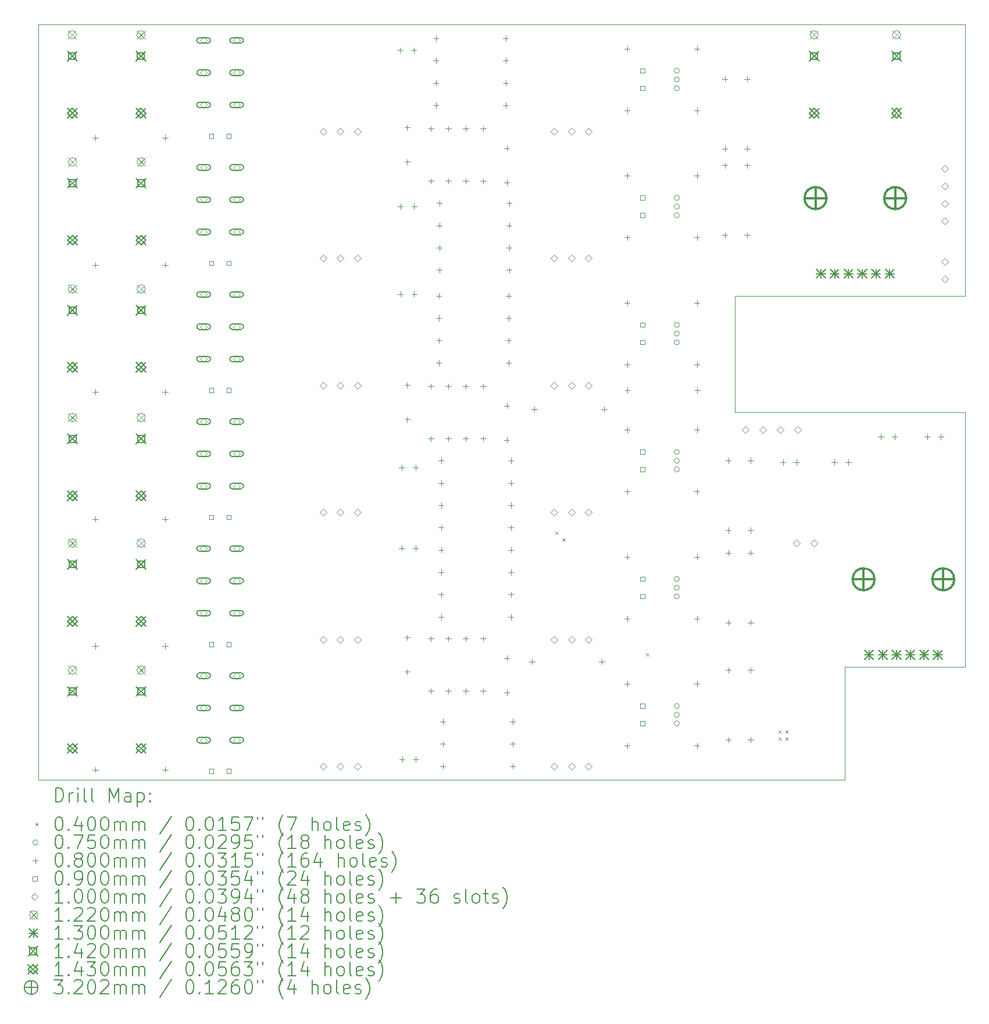
<source format=gbr>
%FSLAX45Y45*%
G04 Gerber Fmt 4.5, Leading zero omitted, Abs format (unit mm)*
G04 Created by KiCad (PCBNEW (6.0.0)) date 2022-04-30 23:28:06*
%MOMM*%
%LPD*%
G01*
G04 APERTURE LIST*
%TA.AperFunction,Profile*%
%ADD10C,0.050000*%
%TD*%
%TA.AperFunction,Profile*%
%ADD11C,0.100000*%
%TD*%
%ADD12C,0.200000*%
%ADD13C,0.040000*%
%ADD14C,0.075000*%
%ADD15C,0.080000*%
%ADD16C,0.090000*%
%ADD17C,0.100000*%
%ADD18C,0.122000*%
%ADD19C,0.130000*%
%ADD20C,0.142000*%
%ADD21C,0.143000*%
%ADD22C,0.320160*%
G04 APERTURE END LIST*
D10*
X15200000Y-3100000D02*
X15200000Y-7050000D01*
X1700000Y-3100000D02*
X1700000Y-14100000D01*
X1700000Y-3100000D02*
X15200000Y-3100000D01*
D11*
X11850000Y-8750000D02*
X11850000Y-7050000D01*
X15200000Y-8750000D02*
X11850000Y-8750000D01*
X15200000Y-8750000D02*
X15200000Y-12450000D01*
X11850000Y-7050000D02*
X15200000Y-7050000D01*
D10*
X1700000Y-14100000D02*
X13450000Y-14100000D01*
D11*
X15200000Y-12450000D02*
X13450000Y-12450000D01*
X13450000Y-12450000D02*
X13450000Y-14100000D01*
D12*
D13*
X9230000Y-10480000D02*
X9270000Y-10520000D01*
X9270000Y-10480000D02*
X9230000Y-10520000D01*
X9330000Y-10580000D02*
X9370000Y-10620000D01*
X9370000Y-10580000D02*
X9330000Y-10620000D01*
X10555000Y-12255000D02*
X10595000Y-12295000D01*
X10595000Y-12255000D02*
X10555000Y-12295000D01*
X12480000Y-13380000D02*
X12520000Y-13420000D01*
X12520000Y-13380000D02*
X12480000Y-13420000D01*
X12480000Y-13480000D02*
X12520000Y-13520000D01*
X12520000Y-13480000D02*
X12480000Y-13520000D01*
X12580000Y-13380000D02*
X12620000Y-13420000D01*
X12620000Y-13380000D02*
X12580000Y-13420000D01*
X12580000Y-13480000D02*
X12620000Y-13520000D01*
X12620000Y-13480000D02*
X12580000Y-13520000D01*
D14*
X11037500Y-3773000D02*
G75*
G03*
X11037500Y-3773000I-37500J0D01*
G01*
X11037500Y-3900000D02*
G75*
G03*
X11037500Y-3900000I-37500J0D01*
G01*
X11037500Y-4027000D02*
G75*
G03*
X11037500Y-4027000I-37500J0D01*
G01*
X11037500Y-5623000D02*
G75*
G03*
X11037500Y-5623000I-37500J0D01*
G01*
X11037500Y-5750000D02*
G75*
G03*
X11037500Y-5750000I-37500J0D01*
G01*
X11037500Y-5877000D02*
G75*
G03*
X11037500Y-5877000I-37500J0D01*
G01*
X11037500Y-7473000D02*
G75*
G03*
X11037500Y-7473000I-37500J0D01*
G01*
X11037500Y-7600000D02*
G75*
G03*
X11037500Y-7600000I-37500J0D01*
G01*
X11037500Y-7727000D02*
G75*
G03*
X11037500Y-7727000I-37500J0D01*
G01*
X11037500Y-9323000D02*
G75*
G03*
X11037500Y-9323000I-37500J0D01*
G01*
X11037500Y-9450000D02*
G75*
G03*
X11037500Y-9450000I-37500J0D01*
G01*
X11037500Y-9577000D02*
G75*
G03*
X11037500Y-9577000I-37500J0D01*
G01*
X11037500Y-11173000D02*
G75*
G03*
X11037500Y-11173000I-37500J0D01*
G01*
X11037500Y-11300000D02*
G75*
G03*
X11037500Y-11300000I-37500J0D01*
G01*
X11037500Y-11427000D02*
G75*
G03*
X11037500Y-11427000I-37500J0D01*
G01*
X11037500Y-13023000D02*
G75*
G03*
X11037500Y-13023000I-37500J0D01*
G01*
X11037500Y-13150000D02*
G75*
G03*
X11037500Y-13150000I-37500J0D01*
G01*
X11037500Y-13277000D02*
G75*
G03*
X11037500Y-13277000I-37500J0D01*
G01*
D15*
X2534000Y-4710000D02*
X2534000Y-4790000D01*
X2494000Y-4750000D02*
X2574000Y-4750000D01*
X2534000Y-6560000D02*
X2534000Y-6640000D01*
X2494000Y-6600000D02*
X2574000Y-6600000D01*
X2534000Y-8410000D02*
X2534000Y-8490000D01*
X2494000Y-8450000D02*
X2574000Y-8450000D01*
X2534000Y-10260000D02*
X2534000Y-10340000D01*
X2494000Y-10300000D02*
X2574000Y-10300000D01*
X2534000Y-12110000D02*
X2534000Y-12190000D01*
X2494000Y-12150000D02*
X2574000Y-12150000D01*
X2534000Y-13910000D02*
X2534000Y-13990000D01*
X2494000Y-13950000D02*
X2574000Y-13950000D01*
X3550000Y-4710000D02*
X3550000Y-4790000D01*
X3510000Y-4750000D02*
X3590000Y-4750000D01*
X3550000Y-6560000D02*
X3550000Y-6640000D01*
X3510000Y-6600000D02*
X3590000Y-6600000D01*
X3550000Y-8410000D02*
X3550000Y-8490000D01*
X3510000Y-8450000D02*
X3590000Y-8450000D01*
X3550000Y-10260000D02*
X3550000Y-10340000D01*
X3510000Y-10300000D02*
X3590000Y-10300000D01*
X3550000Y-12110000D02*
X3550000Y-12190000D01*
X3510000Y-12150000D02*
X3590000Y-12150000D01*
X3550000Y-13910000D02*
X3550000Y-13990000D01*
X3510000Y-13950000D02*
X3590000Y-13950000D01*
X6970511Y-3435000D02*
X6970511Y-3515000D01*
X6930511Y-3475000D02*
X7010511Y-3475000D01*
X6975000Y-5710000D02*
X6975000Y-5790000D01*
X6935000Y-5750000D02*
X7015000Y-5750000D01*
X6975000Y-6985000D02*
X6975000Y-7065000D01*
X6935000Y-7025000D02*
X7015000Y-7025000D01*
X6995511Y-9510000D02*
X6995511Y-9590000D01*
X6955511Y-9550000D02*
X7035511Y-9550000D01*
X6995511Y-10685000D02*
X6995511Y-10765000D01*
X6955511Y-10725000D02*
X7035511Y-10725000D01*
X7000000Y-13760000D02*
X7000000Y-13840000D01*
X6960000Y-13800000D02*
X7040000Y-13800000D01*
X7075000Y-4560000D02*
X7075000Y-4640000D01*
X7035000Y-4600000D02*
X7115000Y-4600000D01*
X7075000Y-5060000D02*
X7075000Y-5140000D01*
X7035000Y-5100000D02*
X7115000Y-5100000D01*
X7075000Y-8310000D02*
X7075000Y-8390000D01*
X7035000Y-8350000D02*
X7115000Y-8350000D01*
X7075000Y-8810000D02*
X7075000Y-8890000D01*
X7035000Y-8850000D02*
X7115000Y-8850000D01*
X7075000Y-11985000D02*
X7075000Y-12065000D01*
X7035000Y-12025000D02*
X7115000Y-12025000D01*
X7075000Y-12485000D02*
X7075000Y-12565000D01*
X7035000Y-12525000D02*
X7115000Y-12525000D01*
X7170511Y-3435000D02*
X7170511Y-3515000D01*
X7130511Y-3475000D02*
X7210511Y-3475000D01*
X7175000Y-5710000D02*
X7175000Y-5790000D01*
X7135000Y-5750000D02*
X7215000Y-5750000D01*
X7175000Y-6985000D02*
X7175000Y-7065000D01*
X7135000Y-7025000D02*
X7215000Y-7025000D01*
X7195511Y-9510000D02*
X7195511Y-9590000D01*
X7155511Y-9550000D02*
X7235511Y-9550000D01*
X7195511Y-10685000D02*
X7195511Y-10765000D01*
X7155511Y-10725000D02*
X7235511Y-10725000D01*
X7200000Y-13760000D02*
X7200000Y-13840000D01*
X7160000Y-13800000D02*
X7240000Y-13800000D01*
X7420000Y-4578000D02*
X7420000Y-4658000D01*
X7380000Y-4618000D02*
X7460000Y-4618000D01*
X7420000Y-5340000D02*
X7420000Y-5420000D01*
X7380000Y-5380000D02*
X7460000Y-5380000D01*
X7420000Y-8328000D02*
X7420000Y-8408000D01*
X7380000Y-8368000D02*
X7460000Y-8368000D01*
X7420000Y-9090000D02*
X7420000Y-9170000D01*
X7380000Y-9130000D02*
X7460000Y-9130000D01*
X7420000Y-12003000D02*
X7420000Y-12083000D01*
X7380000Y-12043000D02*
X7460000Y-12043000D01*
X7420000Y-12765000D02*
X7420000Y-12845000D01*
X7380000Y-12805000D02*
X7460000Y-12805000D01*
X7492000Y-3260000D02*
X7492000Y-3340000D01*
X7452000Y-3300000D02*
X7532000Y-3300000D01*
X7492000Y-3585000D02*
X7492000Y-3665000D01*
X7452000Y-3625000D02*
X7532000Y-3625000D01*
X7492000Y-3910000D02*
X7492000Y-3990000D01*
X7452000Y-3950000D02*
X7532000Y-3950000D01*
X7492000Y-4235000D02*
X7492000Y-4315000D01*
X7452000Y-4275000D02*
X7532000Y-4275000D01*
X7534000Y-7010000D02*
X7534000Y-7090000D01*
X7494000Y-7050000D02*
X7574000Y-7050000D01*
X7534000Y-7335000D02*
X7534000Y-7415000D01*
X7494000Y-7375000D02*
X7574000Y-7375000D01*
X7534000Y-7660000D02*
X7534000Y-7740000D01*
X7494000Y-7700000D02*
X7574000Y-7700000D01*
X7534000Y-7985000D02*
X7534000Y-8065000D01*
X7494000Y-8025000D02*
X7574000Y-8025000D01*
X7542000Y-5660000D02*
X7542000Y-5740000D01*
X7502000Y-5700000D02*
X7582000Y-5700000D01*
X7542000Y-5985000D02*
X7542000Y-6065000D01*
X7502000Y-6025000D02*
X7582000Y-6025000D01*
X7542000Y-6310000D02*
X7542000Y-6390000D01*
X7502000Y-6350000D02*
X7582000Y-6350000D01*
X7542000Y-6635000D02*
X7542000Y-6715000D01*
X7502000Y-6675000D02*
X7582000Y-6675000D01*
X7567000Y-9410000D02*
X7567000Y-9490000D01*
X7527000Y-9450000D02*
X7607000Y-9450000D01*
X7567000Y-9735000D02*
X7567000Y-9815000D01*
X7527000Y-9775000D02*
X7607000Y-9775000D01*
X7567000Y-10060000D02*
X7567000Y-10140000D01*
X7527000Y-10100000D02*
X7607000Y-10100000D01*
X7567000Y-10385000D02*
X7567000Y-10465000D01*
X7527000Y-10425000D02*
X7607000Y-10425000D01*
X7567000Y-10710000D02*
X7567000Y-10790000D01*
X7527000Y-10750000D02*
X7607000Y-10750000D01*
X7567000Y-11035000D02*
X7567000Y-11115000D01*
X7527000Y-11075000D02*
X7607000Y-11075000D01*
X7567000Y-11360000D02*
X7567000Y-11440000D01*
X7527000Y-11400000D02*
X7607000Y-11400000D01*
X7567000Y-11685000D02*
X7567000Y-11765000D01*
X7527000Y-11725000D02*
X7607000Y-11725000D01*
X7592000Y-13210000D02*
X7592000Y-13290000D01*
X7552000Y-13250000D02*
X7632000Y-13250000D01*
X7592000Y-13535000D02*
X7592000Y-13615000D01*
X7552000Y-13575000D02*
X7632000Y-13575000D01*
X7592000Y-13860000D02*
X7592000Y-13940000D01*
X7552000Y-13900000D02*
X7632000Y-13900000D01*
X7674000Y-4578000D02*
X7674000Y-4658000D01*
X7634000Y-4618000D02*
X7714000Y-4618000D01*
X7674000Y-5340000D02*
X7674000Y-5420000D01*
X7634000Y-5380000D02*
X7714000Y-5380000D01*
X7674000Y-8328000D02*
X7674000Y-8408000D01*
X7634000Y-8368000D02*
X7714000Y-8368000D01*
X7674000Y-9090000D02*
X7674000Y-9170000D01*
X7634000Y-9130000D02*
X7714000Y-9130000D01*
X7674000Y-12003000D02*
X7674000Y-12083000D01*
X7634000Y-12043000D02*
X7714000Y-12043000D01*
X7674000Y-12765000D02*
X7674000Y-12845000D01*
X7634000Y-12805000D02*
X7714000Y-12805000D01*
X7928000Y-4578000D02*
X7928000Y-4658000D01*
X7888000Y-4618000D02*
X7968000Y-4618000D01*
X7928000Y-5340000D02*
X7928000Y-5420000D01*
X7888000Y-5380000D02*
X7968000Y-5380000D01*
X7928000Y-8328000D02*
X7928000Y-8408000D01*
X7888000Y-8368000D02*
X7968000Y-8368000D01*
X7928000Y-9090000D02*
X7928000Y-9170000D01*
X7888000Y-9130000D02*
X7968000Y-9130000D01*
X7928000Y-12003000D02*
X7928000Y-12083000D01*
X7888000Y-12043000D02*
X7968000Y-12043000D01*
X7928000Y-12765000D02*
X7928000Y-12845000D01*
X7888000Y-12805000D02*
X7968000Y-12805000D01*
X8182000Y-4578000D02*
X8182000Y-4658000D01*
X8142000Y-4618000D02*
X8222000Y-4618000D01*
X8182000Y-5340000D02*
X8182000Y-5420000D01*
X8142000Y-5380000D02*
X8222000Y-5380000D01*
X8182000Y-8328000D02*
X8182000Y-8408000D01*
X8142000Y-8368000D02*
X8222000Y-8368000D01*
X8182000Y-9090000D02*
X8182000Y-9170000D01*
X8142000Y-9130000D02*
X8222000Y-9130000D01*
X8182000Y-12003000D02*
X8182000Y-12083000D01*
X8142000Y-12043000D02*
X8222000Y-12043000D01*
X8182000Y-12765000D02*
X8182000Y-12845000D01*
X8142000Y-12805000D02*
X8222000Y-12805000D01*
X8508000Y-3260000D02*
X8508000Y-3340000D01*
X8468000Y-3300000D02*
X8548000Y-3300000D01*
X8508000Y-3585000D02*
X8508000Y-3665000D01*
X8468000Y-3625000D02*
X8548000Y-3625000D01*
X8508000Y-3910000D02*
X8508000Y-3990000D01*
X8468000Y-3950000D02*
X8548000Y-3950000D01*
X8508000Y-4235000D02*
X8508000Y-4315000D01*
X8468000Y-4275000D02*
X8548000Y-4275000D01*
X8525000Y-4860000D02*
X8525000Y-4940000D01*
X8485000Y-4900000D02*
X8565000Y-4900000D01*
X8525000Y-5360000D02*
X8525000Y-5440000D01*
X8485000Y-5400000D02*
X8565000Y-5400000D01*
X8525000Y-8610000D02*
X8525000Y-8690000D01*
X8485000Y-8650000D02*
X8565000Y-8650000D01*
X8525000Y-9110000D02*
X8525000Y-9190000D01*
X8485000Y-9150000D02*
X8565000Y-9150000D01*
X8525000Y-12285000D02*
X8525000Y-12365000D01*
X8485000Y-12325000D02*
X8565000Y-12325000D01*
X8525000Y-12785000D02*
X8525000Y-12865000D01*
X8485000Y-12825000D02*
X8565000Y-12825000D01*
X8550000Y-7010000D02*
X8550000Y-7090000D01*
X8510000Y-7050000D02*
X8590000Y-7050000D01*
X8550000Y-7335000D02*
X8550000Y-7415000D01*
X8510000Y-7375000D02*
X8590000Y-7375000D01*
X8550000Y-7660000D02*
X8550000Y-7740000D01*
X8510000Y-7700000D02*
X8590000Y-7700000D01*
X8550000Y-7985000D02*
X8550000Y-8065000D01*
X8510000Y-8025000D02*
X8590000Y-8025000D01*
X8558000Y-5660000D02*
X8558000Y-5740000D01*
X8518000Y-5700000D02*
X8598000Y-5700000D01*
X8558000Y-5985000D02*
X8558000Y-6065000D01*
X8518000Y-6025000D02*
X8598000Y-6025000D01*
X8558000Y-6310000D02*
X8558000Y-6390000D01*
X8518000Y-6350000D02*
X8598000Y-6350000D01*
X8558000Y-6635000D02*
X8558000Y-6715000D01*
X8518000Y-6675000D02*
X8598000Y-6675000D01*
X8583000Y-9410000D02*
X8583000Y-9490000D01*
X8543000Y-9450000D02*
X8623000Y-9450000D01*
X8583000Y-9735000D02*
X8583000Y-9815000D01*
X8543000Y-9775000D02*
X8623000Y-9775000D01*
X8583000Y-10060000D02*
X8583000Y-10140000D01*
X8543000Y-10100000D02*
X8623000Y-10100000D01*
X8583000Y-10385000D02*
X8583000Y-10465000D01*
X8543000Y-10425000D02*
X8623000Y-10425000D01*
X8583000Y-10710000D02*
X8583000Y-10790000D01*
X8543000Y-10750000D02*
X8623000Y-10750000D01*
X8583000Y-11035000D02*
X8583000Y-11115000D01*
X8543000Y-11075000D02*
X8623000Y-11075000D01*
X8583000Y-11360000D02*
X8583000Y-11440000D01*
X8543000Y-11400000D02*
X8623000Y-11400000D01*
X8583000Y-11685000D02*
X8583000Y-11765000D01*
X8543000Y-11725000D02*
X8623000Y-11725000D01*
X8608000Y-13210000D02*
X8608000Y-13290000D01*
X8568000Y-13250000D02*
X8648000Y-13250000D01*
X8608000Y-13535000D02*
X8608000Y-13615000D01*
X8568000Y-13575000D02*
X8648000Y-13575000D01*
X8608000Y-13860000D02*
X8608000Y-13940000D01*
X8568000Y-13900000D02*
X8648000Y-13900000D01*
X8892000Y-12335000D02*
X8892000Y-12415000D01*
X8852000Y-12375000D02*
X8932000Y-12375000D01*
X8925000Y-8660000D02*
X8925000Y-8740000D01*
X8885000Y-8700000D02*
X8965000Y-8700000D01*
X9908000Y-12335000D02*
X9908000Y-12415000D01*
X9868000Y-12375000D02*
X9948000Y-12375000D01*
X9941000Y-8660000D02*
X9941000Y-8740000D01*
X9901000Y-8700000D02*
X9981000Y-8700000D01*
X10278000Y-3410000D02*
X10278000Y-3490000D01*
X10238000Y-3450000D02*
X10318000Y-3450000D01*
X10278000Y-4310000D02*
X10278000Y-4390000D01*
X10238000Y-4350000D02*
X10318000Y-4350000D01*
X10278000Y-5260000D02*
X10278000Y-5340000D01*
X10238000Y-5300000D02*
X10318000Y-5300000D01*
X10278000Y-6160000D02*
X10278000Y-6240000D01*
X10238000Y-6200000D02*
X10318000Y-6200000D01*
X10278000Y-7110000D02*
X10278000Y-7190000D01*
X10238000Y-7150000D02*
X10318000Y-7150000D01*
X10278000Y-8010000D02*
X10278000Y-8090000D01*
X10238000Y-8050000D02*
X10318000Y-8050000D01*
X10278000Y-8960000D02*
X10278000Y-9040000D01*
X10238000Y-9000000D02*
X10318000Y-9000000D01*
X10278000Y-9860000D02*
X10278000Y-9940000D01*
X10238000Y-9900000D02*
X10318000Y-9900000D01*
X10278000Y-10810000D02*
X10278000Y-10890000D01*
X10238000Y-10850000D02*
X10318000Y-10850000D01*
X10278000Y-11710000D02*
X10278000Y-11790000D01*
X10238000Y-11750000D02*
X10318000Y-11750000D01*
X10278000Y-12660000D02*
X10278000Y-12740000D01*
X10238000Y-12700000D02*
X10318000Y-12700000D01*
X10278000Y-13560000D02*
X10278000Y-13640000D01*
X10238000Y-13600000D02*
X10318000Y-13600000D01*
X10284000Y-8385000D02*
X10284000Y-8465000D01*
X10244000Y-8425000D02*
X10324000Y-8425000D01*
X11294000Y-3410000D02*
X11294000Y-3490000D01*
X11254000Y-3450000D02*
X11334000Y-3450000D01*
X11294000Y-4310000D02*
X11294000Y-4390000D01*
X11254000Y-4350000D02*
X11334000Y-4350000D01*
X11294000Y-5260000D02*
X11294000Y-5340000D01*
X11254000Y-5300000D02*
X11334000Y-5300000D01*
X11294000Y-6160000D02*
X11294000Y-6240000D01*
X11254000Y-6200000D02*
X11334000Y-6200000D01*
X11294000Y-7110000D02*
X11294000Y-7190000D01*
X11254000Y-7150000D02*
X11334000Y-7150000D01*
X11294000Y-8010000D02*
X11294000Y-8090000D01*
X11254000Y-8050000D02*
X11334000Y-8050000D01*
X11294000Y-8960000D02*
X11294000Y-9040000D01*
X11254000Y-9000000D02*
X11334000Y-9000000D01*
X11294000Y-9860000D02*
X11294000Y-9940000D01*
X11254000Y-9900000D02*
X11334000Y-9900000D01*
X11294000Y-10810000D02*
X11294000Y-10890000D01*
X11254000Y-10850000D02*
X11334000Y-10850000D01*
X11294000Y-11710000D02*
X11294000Y-11790000D01*
X11254000Y-11750000D02*
X11334000Y-11750000D01*
X11294000Y-12660000D02*
X11294000Y-12740000D01*
X11254000Y-12700000D02*
X11334000Y-12700000D01*
X11294000Y-13560000D02*
X11294000Y-13640000D01*
X11254000Y-13600000D02*
X11334000Y-13600000D01*
X11300000Y-8385000D02*
X11300000Y-8465000D01*
X11260000Y-8425000D02*
X11340000Y-8425000D01*
X11700000Y-3852000D02*
X11700000Y-3932000D01*
X11660000Y-3892000D02*
X11740000Y-3892000D01*
X11700000Y-4868000D02*
X11700000Y-4948000D01*
X11660000Y-4908000D02*
X11740000Y-4908000D01*
X11700000Y-5110000D02*
X11700000Y-5190000D01*
X11660000Y-5150000D02*
X11740000Y-5150000D01*
X11700000Y-6126000D02*
X11700000Y-6206000D01*
X11660000Y-6166000D02*
X11740000Y-6166000D01*
X11750000Y-9410000D02*
X11750000Y-9490000D01*
X11710000Y-9450000D02*
X11790000Y-9450000D01*
X11750000Y-10426000D02*
X11750000Y-10506000D01*
X11710000Y-10466000D02*
X11790000Y-10466000D01*
X11750000Y-10752000D02*
X11750000Y-10832000D01*
X11710000Y-10792000D02*
X11790000Y-10792000D01*
X11750000Y-11768000D02*
X11750000Y-11848000D01*
X11710000Y-11808000D02*
X11790000Y-11808000D01*
X11750000Y-12460000D02*
X11750000Y-12540000D01*
X11710000Y-12500000D02*
X11790000Y-12500000D01*
X11750000Y-13476000D02*
X11750000Y-13556000D01*
X11710000Y-13516000D02*
X11790000Y-13516000D01*
X12025000Y-3852000D02*
X12025000Y-3932000D01*
X11985000Y-3892000D02*
X12065000Y-3892000D01*
X12025000Y-4868000D02*
X12025000Y-4948000D01*
X11985000Y-4908000D02*
X12065000Y-4908000D01*
X12025000Y-5110000D02*
X12025000Y-5190000D01*
X11985000Y-5150000D02*
X12065000Y-5150000D01*
X12025000Y-6126000D02*
X12025000Y-6206000D01*
X11985000Y-6166000D02*
X12065000Y-6166000D01*
X12075000Y-9410000D02*
X12075000Y-9490000D01*
X12035000Y-9450000D02*
X12115000Y-9450000D01*
X12075000Y-10426000D02*
X12075000Y-10506000D01*
X12035000Y-10466000D02*
X12115000Y-10466000D01*
X12075000Y-10752000D02*
X12075000Y-10832000D01*
X12035000Y-10792000D02*
X12115000Y-10792000D01*
X12075000Y-11768000D02*
X12075000Y-11848000D01*
X12035000Y-11808000D02*
X12115000Y-11808000D01*
X12075000Y-12460000D02*
X12075000Y-12540000D01*
X12035000Y-12500000D02*
X12115000Y-12500000D01*
X12075000Y-13476000D02*
X12075000Y-13556000D01*
X12035000Y-13516000D02*
X12115000Y-13516000D01*
X12545511Y-9435000D02*
X12545511Y-9515000D01*
X12505511Y-9475000D02*
X12585511Y-9475000D01*
X12745511Y-9435000D02*
X12745511Y-9515000D01*
X12705511Y-9475000D02*
X12785511Y-9475000D01*
X13295511Y-9435000D02*
X13295511Y-9515000D01*
X13255511Y-9475000D02*
X13335511Y-9475000D01*
X13495511Y-9435000D02*
X13495511Y-9515000D01*
X13455511Y-9475000D02*
X13535511Y-9475000D01*
X13970511Y-9060000D02*
X13970511Y-9140000D01*
X13930511Y-9100000D02*
X14010511Y-9100000D01*
X14170511Y-9060000D02*
X14170511Y-9140000D01*
X14130511Y-9100000D02*
X14210511Y-9100000D01*
X14645511Y-9060000D02*
X14645511Y-9140000D01*
X14605511Y-9100000D02*
X14685511Y-9100000D01*
X14845511Y-9060000D02*
X14845511Y-9140000D01*
X14805511Y-9100000D02*
X14885511Y-9100000D01*
D16*
X4255320Y-4756820D02*
X4255320Y-4693180D01*
X4191680Y-4693180D01*
X4191680Y-4756820D01*
X4255320Y-4756820D01*
X4255320Y-6606820D02*
X4255320Y-6543180D01*
X4191680Y-6543180D01*
X4191680Y-6606820D01*
X4255320Y-6606820D01*
X4255320Y-8456820D02*
X4255320Y-8393180D01*
X4191680Y-8393180D01*
X4191680Y-8456820D01*
X4255320Y-8456820D01*
X4255320Y-10306820D02*
X4255320Y-10243180D01*
X4191680Y-10243180D01*
X4191680Y-10306820D01*
X4255320Y-10306820D01*
X4255320Y-12156820D02*
X4255320Y-12093180D01*
X4191680Y-12093180D01*
X4191680Y-12156820D01*
X4255320Y-12156820D01*
X4255320Y-14001820D02*
X4255320Y-13938180D01*
X4191680Y-13938180D01*
X4191680Y-14001820D01*
X4255320Y-14001820D01*
X4509320Y-4756820D02*
X4509320Y-4693180D01*
X4445680Y-4693180D01*
X4445680Y-4756820D01*
X4509320Y-4756820D01*
X4509320Y-6606820D02*
X4509320Y-6543180D01*
X4445680Y-6543180D01*
X4445680Y-6606820D01*
X4509320Y-6606820D01*
X4509320Y-8456820D02*
X4509320Y-8393180D01*
X4445680Y-8393180D01*
X4445680Y-8456820D01*
X4509320Y-8456820D01*
X4509320Y-10306820D02*
X4509320Y-10243180D01*
X4445680Y-10243180D01*
X4445680Y-10306820D01*
X4509320Y-10306820D01*
X4509320Y-12156820D02*
X4509320Y-12093180D01*
X4445680Y-12093180D01*
X4445680Y-12156820D01*
X4509320Y-12156820D01*
X4509320Y-14001820D02*
X4509320Y-13938180D01*
X4445680Y-13938180D01*
X4445680Y-14001820D01*
X4509320Y-14001820D01*
X10531820Y-3804820D02*
X10531820Y-3741180D01*
X10468180Y-3741180D01*
X10468180Y-3804820D01*
X10531820Y-3804820D01*
X10531820Y-4058820D02*
X10531820Y-3995180D01*
X10468180Y-3995180D01*
X10468180Y-4058820D01*
X10531820Y-4058820D01*
X10531820Y-5654320D02*
X10531820Y-5590680D01*
X10468180Y-5590680D01*
X10468180Y-5654320D01*
X10531820Y-5654320D01*
X10531820Y-5908320D02*
X10531820Y-5844680D01*
X10468180Y-5844680D01*
X10468180Y-5908320D01*
X10531820Y-5908320D01*
X10531820Y-7504320D02*
X10531820Y-7440680D01*
X10468180Y-7440680D01*
X10468180Y-7504320D01*
X10531820Y-7504320D01*
X10531820Y-7758320D02*
X10531820Y-7694680D01*
X10468180Y-7694680D01*
X10468180Y-7758320D01*
X10531820Y-7758320D01*
X10531820Y-9354320D02*
X10531820Y-9290680D01*
X10468180Y-9290680D01*
X10468180Y-9354320D01*
X10531820Y-9354320D01*
X10531820Y-9608320D02*
X10531820Y-9544680D01*
X10468180Y-9544680D01*
X10468180Y-9608320D01*
X10531820Y-9608320D01*
X10531820Y-11204320D02*
X10531820Y-11140680D01*
X10468180Y-11140680D01*
X10468180Y-11204320D01*
X10531820Y-11204320D01*
X10531820Y-11458320D02*
X10531820Y-11394680D01*
X10468180Y-11394680D01*
X10468180Y-11458320D01*
X10531820Y-11458320D01*
X10531820Y-13054320D02*
X10531820Y-12990680D01*
X10468180Y-12990680D01*
X10468180Y-13054320D01*
X10531820Y-13054320D01*
X10531820Y-13308320D02*
X10531820Y-13244680D01*
X10468180Y-13244680D01*
X10468180Y-13308320D01*
X10531820Y-13308320D01*
D17*
X4110000Y-3380000D02*
X4160000Y-3330000D01*
X4110000Y-3280000D01*
X4060000Y-3330000D01*
X4110000Y-3380000D01*
D12*
X4170000Y-3290000D02*
X4050000Y-3290000D01*
X4170000Y-3370000D02*
X4050000Y-3370000D01*
X4050000Y-3290000D02*
G75*
G03*
X4050000Y-3370000I0J-40000D01*
G01*
X4170000Y-3370000D02*
G75*
G03*
X4170000Y-3290000I0J40000D01*
G01*
D17*
X4110000Y-3850000D02*
X4160000Y-3800000D01*
X4110000Y-3750000D01*
X4060000Y-3800000D01*
X4110000Y-3850000D01*
D12*
X4170000Y-3760000D02*
X4050000Y-3760000D01*
X4170000Y-3840000D02*
X4050000Y-3840000D01*
X4050000Y-3760000D02*
G75*
G03*
X4050000Y-3840000I0J-40000D01*
G01*
X4170000Y-3840000D02*
G75*
G03*
X4170000Y-3760000I0J40000D01*
G01*
D17*
X4110000Y-4320000D02*
X4160000Y-4270000D01*
X4110000Y-4220000D01*
X4060000Y-4270000D01*
X4110000Y-4320000D01*
D12*
X4170000Y-4230000D02*
X4050000Y-4230000D01*
X4170000Y-4310000D02*
X4050000Y-4310000D01*
X4050000Y-4230000D02*
G75*
G03*
X4050000Y-4310000I0J-40000D01*
G01*
X4170000Y-4310000D02*
G75*
G03*
X4170000Y-4230000I0J40000D01*
G01*
D17*
X4110000Y-5230000D02*
X4160000Y-5180000D01*
X4110000Y-5130000D01*
X4060000Y-5180000D01*
X4110000Y-5230000D01*
D12*
X4170000Y-5140000D02*
X4050000Y-5140000D01*
X4170000Y-5220000D02*
X4050000Y-5220000D01*
X4050000Y-5140000D02*
G75*
G03*
X4050000Y-5220000I0J-40000D01*
G01*
X4170000Y-5220000D02*
G75*
G03*
X4170000Y-5140000I0J40000D01*
G01*
D17*
X4110000Y-5700000D02*
X4160000Y-5650000D01*
X4110000Y-5600000D01*
X4060000Y-5650000D01*
X4110000Y-5700000D01*
D12*
X4170000Y-5610000D02*
X4050000Y-5610000D01*
X4170000Y-5690000D02*
X4050000Y-5690000D01*
X4050000Y-5610000D02*
G75*
G03*
X4050000Y-5690000I0J-40000D01*
G01*
X4170000Y-5690000D02*
G75*
G03*
X4170000Y-5610000I0J40000D01*
G01*
D17*
X4110000Y-6170000D02*
X4160000Y-6120000D01*
X4110000Y-6070000D01*
X4060000Y-6120000D01*
X4110000Y-6170000D01*
D12*
X4170000Y-6080000D02*
X4050000Y-6080000D01*
X4170000Y-6160000D02*
X4050000Y-6160000D01*
X4050000Y-6080000D02*
G75*
G03*
X4050000Y-6160000I0J-40000D01*
G01*
X4170000Y-6160000D02*
G75*
G03*
X4170000Y-6080000I0J40000D01*
G01*
D17*
X4110000Y-7080000D02*
X4160000Y-7030000D01*
X4110000Y-6980000D01*
X4060000Y-7030000D01*
X4110000Y-7080000D01*
D12*
X4170000Y-6990000D02*
X4050000Y-6990000D01*
X4170000Y-7070000D02*
X4050000Y-7070000D01*
X4050000Y-6990000D02*
G75*
G03*
X4050000Y-7070000I0J-40000D01*
G01*
X4170000Y-7070000D02*
G75*
G03*
X4170000Y-6990000I0J40000D01*
G01*
D17*
X4110000Y-7550000D02*
X4160000Y-7500000D01*
X4110000Y-7450000D01*
X4060000Y-7500000D01*
X4110000Y-7550000D01*
D12*
X4170000Y-7460000D02*
X4050000Y-7460000D01*
X4170000Y-7540000D02*
X4050000Y-7540000D01*
X4050000Y-7460000D02*
G75*
G03*
X4050000Y-7540000I0J-40000D01*
G01*
X4170000Y-7540000D02*
G75*
G03*
X4170000Y-7460000I0J40000D01*
G01*
D17*
X4110000Y-8020000D02*
X4160000Y-7970000D01*
X4110000Y-7920000D01*
X4060000Y-7970000D01*
X4110000Y-8020000D01*
D12*
X4170000Y-7930000D02*
X4050000Y-7930000D01*
X4170000Y-8010000D02*
X4050000Y-8010000D01*
X4050000Y-7930000D02*
G75*
G03*
X4050000Y-8010000I0J-40000D01*
G01*
X4170000Y-8010000D02*
G75*
G03*
X4170000Y-7930000I0J40000D01*
G01*
D17*
X4110000Y-8930000D02*
X4160000Y-8880000D01*
X4110000Y-8830000D01*
X4060000Y-8880000D01*
X4110000Y-8930000D01*
D12*
X4170000Y-8840000D02*
X4050000Y-8840000D01*
X4170000Y-8920000D02*
X4050000Y-8920000D01*
X4050000Y-8840000D02*
G75*
G03*
X4050000Y-8920000I0J-40000D01*
G01*
X4170000Y-8920000D02*
G75*
G03*
X4170000Y-8840000I0J40000D01*
G01*
D17*
X4110000Y-9400000D02*
X4160000Y-9350000D01*
X4110000Y-9300000D01*
X4060000Y-9350000D01*
X4110000Y-9400000D01*
D12*
X4170000Y-9310000D02*
X4050000Y-9310000D01*
X4170000Y-9390000D02*
X4050000Y-9390000D01*
X4050000Y-9310000D02*
G75*
G03*
X4050000Y-9390000I0J-40000D01*
G01*
X4170000Y-9390000D02*
G75*
G03*
X4170000Y-9310000I0J40000D01*
G01*
D17*
X4110000Y-9870000D02*
X4160000Y-9820000D01*
X4110000Y-9770000D01*
X4060000Y-9820000D01*
X4110000Y-9870000D01*
D12*
X4170000Y-9780000D02*
X4050000Y-9780000D01*
X4170000Y-9860000D02*
X4050000Y-9860000D01*
X4050000Y-9780000D02*
G75*
G03*
X4050000Y-9860000I0J-40000D01*
G01*
X4170000Y-9860000D02*
G75*
G03*
X4170000Y-9780000I0J40000D01*
G01*
D17*
X4110000Y-10780000D02*
X4160000Y-10730000D01*
X4110000Y-10680000D01*
X4060000Y-10730000D01*
X4110000Y-10780000D01*
D12*
X4170000Y-10690000D02*
X4050000Y-10690000D01*
X4170000Y-10770000D02*
X4050000Y-10770000D01*
X4050000Y-10690000D02*
G75*
G03*
X4050000Y-10770000I0J-40000D01*
G01*
X4170000Y-10770000D02*
G75*
G03*
X4170000Y-10690000I0J40000D01*
G01*
D17*
X4110000Y-11250000D02*
X4160000Y-11200000D01*
X4110000Y-11150000D01*
X4060000Y-11200000D01*
X4110000Y-11250000D01*
D12*
X4170000Y-11160000D02*
X4050000Y-11160000D01*
X4170000Y-11240000D02*
X4050000Y-11240000D01*
X4050000Y-11160000D02*
G75*
G03*
X4050000Y-11240000I0J-40000D01*
G01*
X4170000Y-11240000D02*
G75*
G03*
X4170000Y-11160000I0J40000D01*
G01*
D17*
X4110000Y-11720000D02*
X4160000Y-11670000D01*
X4110000Y-11620000D01*
X4060000Y-11670000D01*
X4110000Y-11720000D01*
D12*
X4170000Y-11630000D02*
X4050000Y-11630000D01*
X4170000Y-11710000D02*
X4050000Y-11710000D01*
X4050000Y-11630000D02*
G75*
G03*
X4050000Y-11710000I0J-40000D01*
G01*
X4170000Y-11710000D02*
G75*
G03*
X4170000Y-11630000I0J40000D01*
G01*
D17*
X4110000Y-12630000D02*
X4160000Y-12580000D01*
X4110000Y-12530000D01*
X4060000Y-12580000D01*
X4110000Y-12630000D01*
D12*
X4170000Y-12540000D02*
X4050000Y-12540000D01*
X4170000Y-12620000D02*
X4050000Y-12620000D01*
X4050000Y-12540000D02*
G75*
G03*
X4050000Y-12620000I0J-40000D01*
G01*
X4170000Y-12620000D02*
G75*
G03*
X4170000Y-12540000I0J40000D01*
G01*
D17*
X4110000Y-13100000D02*
X4160000Y-13050000D01*
X4110000Y-13000000D01*
X4060000Y-13050000D01*
X4110000Y-13100000D01*
D12*
X4170000Y-13010000D02*
X4050000Y-13010000D01*
X4170000Y-13090000D02*
X4050000Y-13090000D01*
X4050000Y-13010000D02*
G75*
G03*
X4050000Y-13090000I0J-40000D01*
G01*
X4170000Y-13090000D02*
G75*
G03*
X4170000Y-13010000I0J40000D01*
G01*
D17*
X4110000Y-13570000D02*
X4160000Y-13520000D01*
X4110000Y-13470000D01*
X4060000Y-13520000D01*
X4110000Y-13570000D01*
D12*
X4170000Y-13480000D02*
X4050000Y-13480000D01*
X4170000Y-13560000D02*
X4050000Y-13560000D01*
X4050000Y-13480000D02*
G75*
G03*
X4050000Y-13560000I0J-40000D01*
G01*
X4170000Y-13560000D02*
G75*
G03*
X4170000Y-13480000I0J40000D01*
G01*
D17*
X4590000Y-3380000D02*
X4640000Y-3330000D01*
X4590000Y-3280000D01*
X4540000Y-3330000D01*
X4590000Y-3380000D01*
D12*
X4650000Y-3290000D02*
X4530000Y-3290000D01*
X4650000Y-3370000D02*
X4530000Y-3370000D01*
X4530000Y-3290000D02*
G75*
G03*
X4530000Y-3370000I0J-40000D01*
G01*
X4650000Y-3370000D02*
G75*
G03*
X4650000Y-3290000I0J40000D01*
G01*
D17*
X4590000Y-3850000D02*
X4640000Y-3800000D01*
X4590000Y-3750000D01*
X4540000Y-3800000D01*
X4590000Y-3850000D01*
D12*
X4650000Y-3760000D02*
X4530000Y-3760000D01*
X4650000Y-3840000D02*
X4530000Y-3840000D01*
X4530000Y-3760000D02*
G75*
G03*
X4530000Y-3840000I0J-40000D01*
G01*
X4650000Y-3840000D02*
G75*
G03*
X4650000Y-3760000I0J40000D01*
G01*
D17*
X4590000Y-4320000D02*
X4640000Y-4270000D01*
X4590000Y-4220000D01*
X4540000Y-4270000D01*
X4590000Y-4320000D01*
D12*
X4650000Y-4230000D02*
X4530000Y-4230000D01*
X4650000Y-4310000D02*
X4530000Y-4310000D01*
X4530000Y-4230000D02*
G75*
G03*
X4530000Y-4310000I0J-40000D01*
G01*
X4650000Y-4310000D02*
G75*
G03*
X4650000Y-4230000I0J40000D01*
G01*
D17*
X4590000Y-5230000D02*
X4640000Y-5180000D01*
X4590000Y-5130000D01*
X4540000Y-5180000D01*
X4590000Y-5230000D01*
D12*
X4650000Y-5140000D02*
X4530000Y-5140000D01*
X4650000Y-5220000D02*
X4530000Y-5220000D01*
X4530000Y-5140000D02*
G75*
G03*
X4530000Y-5220000I0J-40000D01*
G01*
X4650000Y-5220000D02*
G75*
G03*
X4650000Y-5140000I0J40000D01*
G01*
D17*
X4590000Y-5700000D02*
X4640000Y-5650000D01*
X4590000Y-5600000D01*
X4540000Y-5650000D01*
X4590000Y-5700000D01*
D12*
X4650000Y-5610000D02*
X4530000Y-5610000D01*
X4650000Y-5690000D02*
X4530000Y-5690000D01*
X4530000Y-5610000D02*
G75*
G03*
X4530000Y-5690000I0J-40000D01*
G01*
X4650000Y-5690000D02*
G75*
G03*
X4650000Y-5610000I0J40000D01*
G01*
D17*
X4590000Y-6170000D02*
X4640000Y-6120000D01*
X4590000Y-6070000D01*
X4540000Y-6120000D01*
X4590000Y-6170000D01*
D12*
X4650000Y-6080000D02*
X4530000Y-6080000D01*
X4650000Y-6160000D02*
X4530000Y-6160000D01*
X4530000Y-6080000D02*
G75*
G03*
X4530000Y-6160000I0J-40000D01*
G01*
X4650000Y-6160000D02*
G75*
G03*
X4650000Y-6080000I0J40000D01*
G01*
D17*
X4590000Y-7080000D02*
X4640000Y-7030000D01*
X4590000Y-6980000D01*
X4540000Y-7030000D01*
X4590000Y-7080000D01*
D12*
X4650000Y-6990000D02*
X4530000Y-6990000D01*
X4650000Y-7070000D02*
X4530000Y-7070000D01*
X4530000Y-6990000D02*
G75*
G03*
X4530000Y-7070000I0J-40000D01*
G01*
X4650000Y-7070000D02*
G75*
G03*
X4650000Y-6990000I0J40000D01*
G01*
D17*
X4590000Y-7550000D02*
X4640000Y-7500000D01*
X4590000Y-7450000D01*
X4540000Y-7500000D01*
X4590000Y-7550000D01*
D12*
X4650000Y-7460000D02*
X4530000Y-7460000D01*
X4650000Y-7540000D02*
X4530000Y-7540000D01*
X4530000Y-7460000D02*
G75*
G03*
X4530000Y-7540000I0J-40000D01*
G01*
X4650000Y-7540000D02*
G75*
G03*
X4650000Y-7460000I0J40000D01*
G01*
D17*
X4590000Y-8020000D02*
X4640000Y-7970000D01*
X4590000Y-7920000D01*
X4540000Y-7970000D01*
X4590000Y-8020000D01*
D12*
X4650000Y-7930000D02*
X4530000Y-7930000D01*
X4650000Y-8010000D02*
X4530000Y-8010000D01*
X4530000Y-7930000D02*
G75*
G03*
X4530000Y-8010000I0J-40000D01*
G01*
X4650000Y-8010000D02*
G75*
G03*
X4650000Y-7930000I0J40000D01*
G01*
D17*
X4590000Y-8930000D02*
X4640000Y-8880000D01*
X4590000Y-8830000D01*
X4540000Y-8880000D01*
X4590000Y-8930000D01*
D12*
X4650000Y-8840000D02*
X4530000Y-8840000D01*
X4650000Y-8920000D02*
X4530000Y-8920000D01*
X4530000Y-8840000D02*
G75*
G03*
X4530000Y-8920000I0J-40000D01*
G01*
X4650000Y-8920000D02*
G75*
G03*
X4650000Y-8840000I0J40000D01*
G01*
D17*
X4590000Y-9400000D02*
X4640000Y-9350000D01*
X4590000Y-9300000D01*
X4540000Y-9350000D01*
X4590000Y-9400000D01*
D12*
X4650000Y-9310000D02*
X4530000Y-9310000D01*
X4650000Y-9390000D02*
X4530000Y-9390000D01*
X4530000Y-9310000D02*
G75*
G03*
X4530000Y-9390000I0J-40000D01*
G01*
X4650000Y-9390000D02*
G75*
G03*
X4650000Y-9310000I0J40000D01*
G01*
D17*
X4590000Y-9870000D02*
X4640000Y-9820000D01*
X4590000Y-9770000D01*
X4540000Y-9820000D01*
X4590000Y-9870000D01*
D12*
X4650000Y-9780000D02*
X4530000Y-9780000D01*
X4650000Y-9860000D02*
X4530000Y-9860000D01*
X4530000Y-9780000D02*
G75*
G03*
X4530000Y-9860000I0J-40000D01*
G01*
X4650000Y-9860000D02*
G75*
G03*
X4650000Y-9780000I0J40000D01*
G01*
D17*
X4590000Y-10780000D02*
X4640000Y-10730000D01*
X4590000Y-10680000D01*
X4540000Y-10730000D01*
X4590000Y-10780000D01*
D12*
X4650000Y-10690000D02*
X4530000Y-10690000D01*
X4650000Y-10770000D02*
X4530000Y-10770000D01*
X4530000Y-10690000D02*
G75*
G03*
X4530000Y-10770000I0J-40000D01*
G01*
X4650000Y-10770000D02*
G75*
G03*
X4650000Y-10690000I0J40000D01*
G01*
D17*
X4590000Y-11250000D02*
X4640000Y-11200000D01*
X4590000Y-11150000D01*
X4540000Y-11200000D01*
X4590000Y-11250000D01*
D12*
X4650000Y-11160000D02*
X4530000Y-11160000D01*
X4650000Y-11240000D02*
X4530000Y-11240000D01*
X4530000Y-11160000D02*
G75*
G03*
X4530000Y-11240000I0J-40000D01*
G01*
X4650000Y-11240000D02*
G75*
G03*
X4650000Y-11160000I0J40000D01*
G01*
D17*
X4590000Y-11720000D02*
X4640000Y-11670000D01*
X4590000Y-11620000D01*
X4540000Y-11670000D01*
X4590000Y-11720000D01*
D12*
X4650000Y-11630000D02*
X4530000Y-11630000D01*
X4650000Y-11710000D02*
X4530000Y-11710000D01*
X4530000Y-11630000D02*
G75*
G03*
X4530000Y-11710000I0J-40000D01*
G01*
X4650000Y-11710000D02*
G75*
G03*
X4650000Y-11630000I0J40000D01*
G01*
D17*
X4590000Y-12630000D02*
X4640000Y-12580000D01*
X4590000Y-12530000D01*
X4540000Y-12580000D01*
X4590000Y-12630000D01*
D12*
X4650000Y-12540000D02*
X4530000Y-12540000D01*
X4650000Y-12620000D02*
X4530000Y-12620000D01*
X4530000Y-12540000D02*
G75*
G03*
X4530000Y-12620000I0J-40000D01*
G01*
X4650000Y-12620000D02*
G75*
G03*
X4650000Y-12540000I0J40000D01*
G01*
D17*
X4590000Y-13100000D02*
X4640000Y-13050000D01*
X4590000Y-13000000D01*
X4540000Y-13050000D01*
X4590000Y-13100000D01*
D12*
X4650000Y-13010000D02*
X4530000Y-13010000D01*
X4650000Y-13090000D02*
X4530000Y-13090000D01*
X4530000Y-13010000D02*
G75*
G03*
X4530000Y-13090000I0J-40000D01*
G01*
X4650000Y-13090000D02*
G75*
G03*
X4650000Y-13010000I0J40000D01*
G01*
D17*
X4590000Y-13570000D02*
X4640000Y-13520000D01*
X4590000Y-13470000D01*
X4540000Y-13520000D01*
X4590000Y-13570000D01*
D12*
X4650000Y-13480000D02*
X4530000Y-13480000D01*
X4650000Y-13560000D02*
X4530000Y-13560000D01*
X4530000Y-13480000D02*
G75*
G03*
X4530000Y-13560000I0J-40000D01*
G01*
X4650000Y-13560000D02*
G75*
G03*
X4650000Y-13480000I0J40000D01*
G01*
D17*
X5850000Y-4705000D02*
X5900000Y-4655000D01*
X5850000Y-4605000D01*
X5800000Y-4655000D01*
X5850000Y-4705000D01*
X5850000Y-6555000D02*
X5900000Y-6505000D01*
X5850000Y-6455000D01*
X5800000Y-6505000D01*
X5850000Y-6555000D01*
X5850000Y-8405000D02*
X5900000Y-8355000D01*
X5850000Y-8305000D01*
X5800000Y-8355000D01*
X5850000Y-8405000D01*
X5850000Y-10255000D02*
X5900000Y-10205000D01*
X5850000Y-10155000D01*
X5800000Y-10205000D01*
X5850000Y-10255000D01*
X5850000Y-12105000D02*
X5900000Y-12055000D01*
X5850000Y-12005000D01*
X5800000Y-12055000D01*
X5850000Y-12105000D01*
X5850000Y-13955000D02*
X5900000Y-13905000D01*
X5850000Y-13855000D01*
X5800000Y-13905000D01*
X5850000Y-13955000D01*
X6100000Y-4705000D02*
X6150000Y-4655000D01*
X6100000Y-4605000D01*
X6050000Y-4655000D01*
X6100000Y-4705000D01*
X6100000Y-6555000D02*
X6150000Y-6505000D01*
X6100000Y-6455000D01*
X6050000Y-6505000D01*
X6100000Y-6555000D01*
X6100000Y-8405000D02*
X6150000Y-8355000D01*
X6100000Y-8305000D01*
X6050000Y-8355000D01*
X6100000Y-8405000D01*
X6100000Y-10255000D02*
X6150000Y-10205000D01*
X6100000Y-10155000D01*
X6050000Y-10205000D01*
X6100000Y-10255000D01*
X6100000Y-12105000D02*
X6150000Y-12055000D01*
X6100000Y-12005000D01*
X6050000Y-12055000D01*
X6100000Y-12105000D01*
X6100000Y-13955000D02*
X6150000Y-13905000D01*
X6100000Y-13855000D01*
X6050000Y-13905000D01*
X6100000Y-13955000D01*
X6350000Y-4705000D02*
X6400000Y-4655000D01*
X6350000Y-4605000D01*
X6300000Y-4655000D01*
X6350000Y-4705000D01*
X6350000Y-6555000D02*
X6400000Y-6505000D01*
X6350000Y-6455000D01*
X6300000Y-6505000D01*
X6350000Y-6555000D01*
X6350000Y-8405000D02*
X6400000Y-8355000D01*
X6350000Y-8305000D01*
X6300000Y-8355000D01*
X6350000Y-8405000D01*
X6350000Y-10255000D02*
X6400000Y-10205000D01*
X6350000Y-10155000D01*
X6300000Y-10205000D01*
X6350000Y-10255000D01*
X6350000Y-12105000D02*
X6400000Y-12055000D01*
X6350000Y-12005000D01*
X6300000Y-12055000D01*
X6350000Y-12105000D01*
X6350000Y-13955000D02*
X6400000Y-13905000D01*
X6350000Y-13855000D01*
X6300000Y-13905000D01*
X6350000Y-13955000D01*
X9214000Y-4705000D02*
X9264000Y-4655000D01*
X9214000Y-4605000D01*
X9164000Y-4655000D01*
X9214000Y-4705000D01*
X9214000Y-6555000D02*
X9264000Y-6505000D01*
X9214000Y-6455000D01*
X9164000Y-6505000D01*
X9214000Y-6555000D01*
X9214000Y-8405000D02*
X9264000Y-8355000D01*
X9214000Y-8305000D01*
X9164000Y-8355000D01*
X9214000Y-8405000D01*
X9214000Y-10255000D02*
X9264000Y-10205000D01*
X9214000Y-10155000D01*
X9164000Y-10205000D01*
X9214000Y-10255000D01*
X9214000Y-12105000D02*
X9264000Y-12055000D01*
X9214000Y-12005000D01*
X9164000Y-12055000D01*
X9214000Y-12105000D01*
X9214000Y-13955000D02*
X9264000Y-13905000D01*
X9214000Y-13855000D01*
X9164000Y-13905000D01*
X9214000Y-13955000D01*
X9464000Y-4705000D02*
X9514000Y-4655000D01*
X9464000Y-4605000D01*
X9414000Y-4655000D01*
X9464000Y-4705000D01*
X9464000Y-6555000D02*
X9514000Y-6505000D01*
X9464000Y-6455000D01*
X9414000Y-6505000D01*
X9464000Y-6555000D01*
X9464000Y-8405000D02*
X9514000Y-8355000D01*
X9464000Y-8305000D01*
X9414000Y-8355000D01*
X9464000Y-8405000D01*
X9464000Y-10255000D02*
X9514000Y-10205000D01*
X9464000Y-10155000D01*
X9414000Y-10205000D01*
X9464000Y-10255000D01*
X9464000Y-12105000D02*
X9514000Y-12055000D01*
X9464000Y-12005000D01*
X9414000Y-12055000D01*
X9464000Y-12105000D01*
X9464000Y-13955000D02*
X9514000Y-13905000D01*
X9464000Y-13855000D01*
X9414000Y-13905000D01*
X9464000Y-13955000D01*
X9714000Y-4705000D02*
X9764000Y-4655000D01*
X9714000Y-4605000D01*
X9664000Y-4655000D01*
X9714000Y-4705000D01*
X9714000Y-6555000D02*
X9764000Y-6505000D01*
X9714000Y-6455000D01*
X9664000Y-6505000D01*
X9714000Y-6555000D01*
X9714000Y-8405000D02*
X9764000Y-8355000D01*
X9714000Y-8305000D01*
X9664000Y-8355000D01*
X9714000Y-8405000D01*
X9714000Y-10255000D02*
X9764000Y-10205000D01*
X9714000Y-10155000D01*
X9664000Y-10205000D01*
X9714000Y-10255000D01*
X9714000Y-12105000D02*
X9764000Y-12055000D01*
X9714000Y-12005000D01*
X9664000Y-12055000D01*
X9714000Y-12105000D01*
X9714000Y-13955000D02*
X9764000Y-13905000D01*
X9714000Y-13855000D01*
X9664000Y-13905000D01*
X9714000Y-13955000D01*
X12000000Y-9050000D02*
X12050000Y-9000000D01*
X12000000Y-8950000D01*
X11950000Y-9000000D01*
X12000000Y-9050000D01*
X12254000Y-9050000D02*
X12304000Y-9000000D01*
X12254000Y-8950000D01*
X12204000Y-9000000D01*
X12254000Y-9050000D01*
X12508000Y-9050000D02*
X12558000Y-9000000D01*
X12508000Y-8950000D01*
X12458000Y-9000000D01*
X12508000Y-9050000D01*
X12746000Y-10700000D02*
X12796000Y-10650000D01*
X12746000Y-10600000D01*
X12696000Y-10650000D01*
X12746000Y-10700000D01*
X12762000Y-9050000D02*
X12812000Y-9000000D01*
X12762000Y-8950000D01*
X12712000Y-9000000D01*
X12762000Y-9050000D01*
X13000000Y-10700000D02*
X13050000Y-10650000D01*
X13000000Y-10600000D01*
X12950000Y-10650000D01*
X13000000Y-10700000D01*
X14900000Y-5250000D02*
X14950000Y-5200000D01*
X14900000Y-5150000D01*
X14850000Y-5200000D01*
X14900000Y-5250000D01*
X14900000Y-5504000D02*
X14950000Y-5454000D01*
X14900000Y-5404000D01*
X14850000Y-5454000D01*
X14900000Y-5504000D01*
X14900000Y-5758000D02*
X14950000Y-5708000D01*
X14900000Y-5658000D01*
X14850000Y-5708000D01*
X14900000Y-5758000D01*
X14900000Y-6012000D02*
X14950000Y-5962000D01*
X14900000Y-5912000D01*
X14850000Y-5962000D01*
X14900000Y-6012000D01*
X14900000Y-6600000D02*
X14950000Y-6550000D01*
X14900000Y-6500000D01*
X14850000Y-6550000D01*
X14900000Y-6600000D01*
X14900000Y-6854000D02*
X14950000Y-6804000D01*
X14900000Y-6754000D01*
X14850000Y-6804000D01*
X14900000Y-6854000D01*
D18*
X2135000Y-3189000D02*
X2257000Y-3311000D01*
X2257000Y-3189000D02*
X2135000Y-3311000D01*
X2257000Y-3250000D02*
G75*
G03*
X2257000Y-3250000I-61000J0D01*
G01*
X2139000Y-5039000D02*
X2261000Y-5161000D01*
X2261000Y-5039000D02*
X2139000Y-5161000D01*
X2261000Y-5100000D02*
G75*
G03*
X2261000Y-5100000I-61000J0D01*
G01*
X2139000Y-6889000D02*
X2261000Y-7011000D01*
X2261000Y-6889000D02*
X2139000Y-7011000D01*
X2261000Y-6950000D02*
G75*
G03*
X2261000Y-6950000I-61000J0D01*
G01*
X2139000Y-8761000D02*
X2261000Y-8883000D01*
X2261000Y-8761000D02*
X2139000Y-8883000D01*
X2261000Y-8822000D02*
G75*
G03*
X2261000Y-8822000I-61000J0D01*
G01*
X2139000Y-10589000D02*
X2261000Y-10711000D01*
X2261000Y-10589000D02*
X2139000Y-10711000D01*
X2261000Y-10650000D02*
G75*
G03*
X2261000Y-10650000I-61000J0D01*
G01*
X2139000Y-12439000D02*
X2261000Y-12561000D01*
X2261000Y-12439000D02*
X2139000Y-12561000D01*
X2261000Y-12500000D02*
G75*
G03*
X2261000Y-12500000I-61000J0D01*
G01*
X3135000Y-3189000D02*
X3257000Y-3311000D01*
X3257000Y-3189000D02*
X3135000Y-3311000D01*
X3257000Y-3250000D02*
G75*
G03*
X3257000Y-3250000I-61000J0D01*
G01*
X3139000Y-5039000D02*
X3261000Y-5161000D01*
X3261000Y-5039000D02*
X3139000Y-5161000D01*
X3261000Y-5100000D02*
G75*
G03*
X3261000Y-5100000I-61000J0D01*
G01*
X3139000Y-6889000D02*
X3261000Y-7011000D01*
X3261000Y-6889000D02*
X3139000Y-7011000D01*
X3261000Y-6950000D02*
G75*
G03*
X3261000Y-6950000I-61000J0D01*
G01*
X3139000Y-8761000D02*
X3261000Y-8883000D01*
X3261000Y-8761000D02*
X3139000Y-8883000D01*
X3261000Y-8822000D02*
G75*
G03*
X3261000Y-8822000I-61000J0D01*
G01*
X3139000Y-10589000D02*
X3261000Y-10711000D01*
X3261000Y-10589000D02*
X3139000Y-10711000D01*
X3261000Y-10650000D02*
G75*
G03*
X3261000Y-10650000I-61000J0D01*
G01*
X3139000Y-12439000D02*
X3261000Y-12561000D01*
X3261000Y-12439000D02*
X3139000Y-12561000D01*
X3261000Y-12500000D02*
G75*
G03*
X3261000Y-12500000I-61000J0D01*
G01*
X12939000Y-3189000D02*
X13061000Y-3311000D01*
X13061000Y-3189000D02*
X12939000Y-3311000D01*
X13061000Y-3250000D02*
G75*
G03*
X13061000Y-3250000I-61000J0D01*
G01*
X14139000Y-3189000D02*
X14261000Y-3311000D01*
X14261000Y-3189000D02*
X14139000Y-3311000D01*
X14261000Y-3250000D02*
G75*
G03*
X14261000Y-3250000I-61000J0D01*
G01*
D19*
X13035000Y-6662500D02*
X13165000Y-6792500D01*
X13165000Y-6662500D02*
X13035000Y-6792500D01*
X13100000Y-6662500D02*
X13100000Y-6792500D01*
X13035000Y-6727500D02*
X13165000Y-6727500D01*
X13235000Y-6662500D02*
X13365000Y-6792500D01*
X13365000Y-6662500D02*
X13235000Y-6792500D01*
X13300000Y-6662500D02*
X13300000Y-6792500D01*
X13235000Y-6727500D02*
X13365000Y-6727500D01*
X13435000Y-6662500D02*
X13565000Y-6792500D01*
X13565000Y-6662500D02*
X13435000Y-6792500D01*
X13500000Y-6662500D02*
X13500000Y-6792500D01*
X13435000Y-6727500D02*
X13565000Y-6727500D01*
X13635000Y-6662500D02*
X13765000Y-6792500D01*
X13765000Y-6662500D02*
X13635000Y-6792500D01*
X13700000Y-6662500D02*
X13700000Y-6792500D01*
X13635000Y-6727500D02*
X13765000Y-6727500D01*
X13735000Y-12212500D02*
X13865000Y-12342500D01*
X13865000Y-12212500D02*
X13735000Y-12342500D01*
X13800000Y-12212500D02*
X13800000Y-12342500D01*
X13735000Y-12277500D02*
X13865000Y-12277500D01*
X13835000Y-6662500D02*
X13965000Y-6792500D01*
X13965000Y-6662500D02*
X13835000Y-6792500D01*
X13900000Y-6662500D02*
X13900000Y-6792500D01*
X13835000Y-6727500D02*
X13965000Y-6727500D01*
X13935000Y-12212500D02*
X14065000Y-12342500D01*
X14065000Y-12212500D02*
X13935000Y-12342500D01*
X14000000Y-12212500D02*
X14000000Y-12342500D01*
X13935000Y-12277500D02*
X14065000Y-12277500D01*
X14035000Y-6662500D02*
X14165000Y-6792500D01*
X14165000Y-6662500D02*
X14035000Y-6792500D01*
X14100000Y-6662500D02*
X14100000Y-6792500D01*
X14035000Y-6727500D02*
X14165000Y-6727500D01*
X14135000Y-12212500D02*
X14265000Y-12342500D01*
X14265000Y-12212500D02*
X14135000Y-12342500D01*
X14200000Y-12212500D02*
X14200000Y-12342500D01*
X14135000Y-12277500D02*
X14265000Y-12277500D01*
X14335000Y-12212500D02*
X14465000Y-12342500D01*
X14465000Y-12212500D02*
X14335000Y-12342500D01*
X14400000Y-12212500D02*
X14400000Y-12342500D01*
X14335000Y-12277500D02*
X14465000Y-12277500D01*
X14535000Y-12212500D02*
X14665000Y-12342500D01*
X14665000Y-12212500D02*
X14535000Y-12342500D01*
X14600000Y-12212500D02*
X14600000Y-12342500D01*
X14535000Y-12277500D02*
X14665000Y-12277500D01*
X14735000Y-12212500D02*
X14865000Y-12342500D01*
X14865000Y-12212500D02*
X14735000Y-12342500D01*
X14800000Y-12212500D02*
X14800000Y-12342500D01*
X14735000Y-12277500D02*
X14865000Y-12277500D01*
D20*
X2125000Y-3489000D02*
X2267000Y-3631000D01*
X2267000Y-3489000D02*
X2125000Y-3631000D01*
X2246205Y-3610205D02*
X2246205Y-3509795D01*
X2145795Y-3509795D01*
X2145795Y-3610205D01*
X2246205Y-3610205D01*
X2129000Y-5339000D02*
X2271000Y-5481000D01*
X2271000Y-5339000D02*
X2129000Y-5481000D01*
X2250205Y-5460205D02*
X2250205Y-5359795D01*
X2149795Y-5359795D01*
X2149795Y-5460205D01*
X2250205Y-5460205D01*
X2129000Y-7189000D02*
X2271000Y-7331000D01*
X2271000Y-7189000D02*
X2129000Y-7331000D01*
X2250205Y-7310205D02*
X2250205Y-7209795D01*
X2149795Y-7209795D01*
X2149795Y-7310205D01*
X2250205Y-7310205D01*
X2129000Y-9061000D02*
X2271000Y-9203000D01*
X2271000Y-9061000D02*
X2129000Y-9203000D01*
X2250205Y-9182205D02*
X2250205Y-9081795D01*
X2149795Y-9081795D01*
X2149795Y-9182205D01*
X2250205Y-9182205D01*
X2129000Y-10889000D02*
X2271000Y-11031000D01*
X2271000Y-10889000D02*
X2129000Y-11031000D01*
X2250205Y-11010205D02*
X2250205Y-10909795D01*
X2149795Y-10909795D01*
X2149795Y-11010205D01*
X2250205Y-11010205D01*
X2129000Y-12739000D02*
X2271000Y-12881000D01*
X2271000Y-12739000D02*
X2129000Y-12881000D01*
X2250205Y-12860205D02*
X2250205Y-12759795D01*
X2149795Y-12759795D01*
X2149795Y-12860205D01*
X2250205Y-12860205D01*
X3125000Y-3489000D02*
X3267000Y-3631000D01*
X3267000Y-3489000D02*
X3125000Y-3631000D01*
X3246205Y-3610205D02*
X3246205Y-3509795D01*
X3145795Y-3509795D01*
X3145795Y-3610205D01*
X3246205Y-3610205D01*
X3129000Y-5339000D02*
X3271000Y-5481000D01*
X3271000Y-5339000D02*
X3129000Y-5481000D01*
X3250205Y-5460205D02*
X3250205Y-5359795D01*
X3149795Y-5359795D01*
X3149795Y-5460205D01*
X3250205Y-5460205D01*
X3129000Y-7189000D02*
X3271000Y-7331000D01*
X3271000Y-7189000D02*
X3129000Y-7331000D01*
X3250205Y-7310205D02*
X3250205Y-7209795D01*
X3149795Y-7209795D01*
X3149795Y-7310205D01*
X3250205Y-7310205D01*
X3129000Y-9061000D02*
X3271000Y-9203000D01*
X3271000Y-9061000D02*
X3129000Y-9203000D01*
X3250205Y-9182205D02*
X3250205Y-9081795D01*
X3149795Y-9081795D01*
X3149795Y-9182205D01*
X3250205Y-9182205D01*
X3129000Y-10889000D02*
X3271000Y-11031000D01*
X3271000Y-10889000D02*
X3129000Y-11031000D01*
X3250205Y-11010205D02*
X3250205Y-10909795D01*
X3149795Y-10909795D01*
X3149795Y-11010205D01*
X3250205Y-11010205D01*
X3129000Y-12739000D02*
X3271000Y-12881000D01*
X3271000Y-12739000D02*
X3129000Y-12881000D01*
X3250205Y-12860205D02*
X3250205Y-12759795D01*
X3149795Y-12759795D01*
X3149795Y-12860205D01*
X3250205Y-12860205D01*
X12929000Y-3489000D02*
X13071000Y-3631000D01*
X13071000Y-3489000D02*
X12929000Y-3631000D01*
X13050205Y-3610205D02*
X13050205Y-3509795D01*
X12949795Y-3509795D01*
X12949795Y-3610205D01*
X13050205Y-3610205D01*
X14129000Y-3489000D02*
X14271000Y-3631000D01*
X14271000Y-3489000D02*
X14129000Y-3631000D01*
X14250205Y-3610205D02*
X14250205Y-3509795D01*
X14149795Y-3509795D01*
X14149795Y-3610205D01*
X14250205Y-3610205D01*
D21*
X2124500Y-4318500D02*
X2267500Y-4461500D01*
X2267500Y-4318500D02*
X2124500Y-4461500D01*
X2196000Y-4461500D02*
X2267500Y-4390000D01*
X2196000Y-4318500D01*
X2124500Y-4390000D01*
X2196000Y-4461500D01*
X2128500Y-6168500D02*
X2271500Y-6311500D01*
X2271500Y-6168500D02*
X2128500Y-6311500D01*
X2200000Y-6311500D02*
X2271500Y-6240000D01*
X2200000Y-6168500D01*
X2128500Y-6240000D01*
X2200000Y-6311500D01*
X2128500Y-8018500D02*
X2271500Y-8161500D01*
X2271500Y-8018500D02*
X2128500Y-8161500D01*
X2200000Y-8161500D02*
X2271500Y-8090000D01*
X2200000Y-8018500D01*
X2128500Y-8090000D01*
X2200000Y-8161500D01*
X2128500Y-9890500D02*
X2271500Y-10033500D01*
X2271500Y-9890500D02*
X2128500Y-10033500D01*
X2200000Y-10033500D02*
X2271500Y-9962000D01*
X2200000Y-9890500D01*
X2128500Y-9962000D01*
X2200000Y-10033500D01*
X2128500Y-11718500D02*
X2271500Y-11861500D01*
X2271500Y-11718500D02*
X2128500Y-11861500D01*
X2200000Y-11861500D02*
X2271500Y-11790000D01*
X2200000Y-11718500D01*
X2128500Y-11790000D01*
X2200000Y-11861500D01*
X2128500Y-13568500D02*
X2271500Y-13711500D01*
X2271500Y-13568500D02*
X2128500Y-13711500D01*
X2200000Y-13711500D02*
X2271500Y-13640000D01*
X2200000Y-13568500D01*
X2128500Y-13640000D01*
X2200000Y-13711500D01*
X3124500Y-4318500D02*
X3267500Y-4461500D01*
X3267500Y-4318500D02*
X3124500Y-4461500D01*
X3196000Y-4461500D02*
X3267500Y-4390000D01*
X3196000Y-4318500D01*
X3124500Y-4390000D01*
X3196000Y-4461500D01*
X3128500Y-6168500D02*
X3271500Y-6311500D01*
X3271500Y-6168500D02*
X3128500Y-6311500D01*
X3200000Y-6311500D02*
X3271500Y-6240000D01*
X3200000Y-6168500D01*
X3128500Y-6240000D01*
X3200000Y-6311500D01*
X3128500Y-8018500D02*
X3271500Y-8161500D01*
X3271500Y-8018500D02*
X3128500Y-8161500D01*
X3200000Y-8161500D02*
X3271500Y-8090000D01*
X3200000Y-8018500D01*
X3128500Y-8090000D01*
X3200000Y-8161500D01*
X3128500Y-9890500D02*
X3271500Y-10033500D01*
X3271500Y-9890500D02*
X3128500Y-10033500D01*
X3200000Y-10033500D02*
X3271500Y-9962000D01*
X3200000Y-9890500D01*
X3128500Y-9962000D01*
X3200000Y-10033500D01*
X3128500Y-11718500D02*
X3271500Y-11861500D01*
X3271500Y-11718500D02*
X3128500Y-11861500D01*
X3200000Y-11861500D02*
X3271500Y-11790000D01*
X3200000Y-11718500D01*
X3128500Y-11790000D01*
X3200000Y-11861500D01*
X3128500Y-13568500D02*
X3271500Y-13711500D01*
X3271500Y-13568500D02*
X3128500Y-13711500D01*
X3200000Y-13711500D02*
X3271500Y-13640000D01*
X3200000Y-13568500D01*
X3128500Y-13640000D01*
X3200000Y-13711500D01*
X12928500Y-4318500D02*
X13071500Y-4461500D01*
X13071500Y-4318500D02*
X12928500Y-4461500D01*
X13000000Y-4461500D02*
X13071500Y-4390000D01*
X13000000Y-4318500D01*
X12928500Y-4390000D01*
X13000000Y-4461500D01*
X14128500Y-4318500D02*
X14271500Y-4461500D01*
X14271500Y-4318500D02*
X14128500Y-4461500D01*
X14200000Y-4461500D02*
X14271500Y-4390000D01*
X14200000Y-4318500D01*
X14128500Y-4390000D01*
X14200000Y-4461500D01*
D22*
X13020000Y-5467420D02*
X13020000Y-5787580D01*
X12859920Y-5627500D02*
X13180080Y-5627500D01*
X13180080Y-5627500D02*
G75*
G03*
X13180080Y-5627500I-160080J0D01*
G01*
X13720000Y-11017420D02*
X13720000Y-11337580D01*
X13559920Y-11177500D02*
X13880080Y-11177500D01*
X13880080Y-11177500D02*
G75*
G03*
X13880080Y-11177500I-160080J0D01*
G01*
X14180000Y-5467420D02*
X14180000Y-5787580D01*
X14019920Y-5627500D02*
X14340080Y-5627500D01*
X14340080Y-5627500D02*
G75*
G03*
X14340080Y-5627500I-160080J0D01*
G01*
X14880000Y-11017420D02*
X14880000Y-11337580D01*
X14719920Y-11177500D02*
X15040080Y-11177500D01*
X15040080Y-11177500D02*
G75*
G03*
X15040080Y-11177500I-160080J0D01*
G01*
D12*
X1955119Y-14415476D02*
X1955119Y-14215476D01*
X2002738Y-14215476D01*
X2031309Y-14225000D01*
X2050357Y-14244048D01*
X2059881Y-14263095D01*
X2069405Y-14301190D01*
X2069405Y-14329762D01*
X2059881Y-14367857D01*
X2050357Y-14386905D01*
X2031309Y-14405952D01*
X2002738Y-14415476D01*
X1955119Y-14415476D01*
X2155119Y-14415476D02*
X2155119Y-14282143D01*
X2155119Y-14320238D02*
X2164643Y-14301190D01*
X2174167Y-14291667D01*
X2193214Y-14282143D01*
X2212262Y-14282143D01*
X2278929Y-14415476D02*
X2278929Y-14282143D01*
X2278929Y-14215476D02*
X2269405Y-14225000D01*
X2278929Y-14234524D01*
X2288452Y-14225000D01*
X2278929Y-14215476D01*
X2278929Y-14234524D01*
X2402738Y-14415476D02*
X2383690Y-14405952D01*
X2374167Y-14386905D01*
X2374167Y-14215476D01*
X2507500Y-14415476D02*
X2488452Y-14405952D01*
X2478929Y-14386905D01*
X2478929Y-14215476D01*
X2736071Y-14415476D02*
X2736071Y-14215476D01*
X2802738Y-14358333D01*
X2869405Y-14215476D01*
X2869405Y-14415476D01*
X3050357Y-14415476D02*
X3050357Y-14310714D01*
X3040833Y-14291667D01*
X3021786Y-14282143D01*
X2983690Y-14282143D01*
X2964643Y-14291667D01*
X3050357Y-14405952D02*
X3031309Y-14415476D01*
X2983690Y-14415476D01*
X2964643Y-14405952D01*
X2955119Y-14386905D01*
X2955119Y-14367857D01*
X2964643Y-14348809D01*
X2983690Y-14339286D01*
X3031309Y-14339286D01*
X3050357Y-14329762D01*
X3145595Y-14282143D02*
X3145595Y-14482143D01*
X3145595Y-14291667D02*
X3164643Y-14282143D01*
X3202738Y-14282143D01*
X3221786Y-14291667D01*
X3231309Y-14301190D01*
X3240833Y-14320238D01*
X3240833Y-14377381D01*
X3231309Y-14396428D01*
X3221786Y-14405952D01*
X3202738Y-14415476D01*
X3164643Y-14415476D01*
X3145595Y-14405952D01*
X3326548Y-14396428D02*
X3336071Y-14405952D01*
X3326548Y-14415476D01*
X3317024Y-14405952D01*
X3326548Y-14396428D01*
X3326548Y-14415476D01*
X3326548Y-14291667D02*
X3336071Y-14301190D01*
X3326548Y-14310714D01*
X3317024Y-14301190D01*
X3326548Y-14291667D01*
X3326548Y-14310714D01*
D13*
X1657500Y-14725000D02*
X1697500Y-14765000D01*
X1697500Y-14725000D02*
X1657500Y-14765000D01*
D12*
X1993214Y-14635476D02*
X2012262Y-14635476D01*
X2031309Y-14645000D01*
X2040833Y-14654524D01*
X2050357Y-14673571D01*
X2059881Y-14711667D01*
X2059881Y-14759286D01*
X2050357Y-14797381D01*
X2040833Y-14816428D01*
X2031309Y-14825952D01*
X2012262Y-14835476D01*
X1993214Y-14835476D01*
X1974167Y-14825952D01*
X1964643Y-14816428D01*
X1955119Y-14797381D01*
X1945595Y-14759286D01*
X1945595Y-14711667D01*
X1955119Y-14673571D01*
X1964643Y-14654524D01*
X1974167Y-14645000D01*
X1993214Y-14635476D01*
X2145595Y-14816428D02*
X2155119Y-14825952D01*
X2145595Y-14835476D01*
X2136071Y-14825952D01*
X2145595Y-14816428D01*
X2145595Y-14835476D01*
X2326548Y-14702143D02*
X2326548Y-14835476D01*
X2278929Y-14625952D02*
X2231310Y-14768809D01*
X2355119Y-14768809D01*
X2469405Y-14635476D02*
X2488452Y-14635476D01*
X2507500Y-14645000D01*
X2517024Y-14654524D01*
X2526548Y-14673571D01*
X2536071Y-14711667D01*
X2536071Y-14759286D01*
X2526548Y-14797381D01*
X2517024Y-14816428D01*
X2507500Y-14825952D01*
X2488452Y-14835476D01*
X2469405Y-14835476D01*
X2450357Y-14825952D01*
X2440833Y-14816428D01*
X2431310Y-14797381D01*
X2421786Y-14759286D01*
X2421786Y-14711667D01*
X2431310Y-14673571D01*
X2440833Y-14654524D01*
X2450357Y-14645000D01*
X2469405Y-14635476D01*
X2659881Y-14635476D02*
X2678929Y-14635476D01*
X2697976Y-14645000D01*
X2707500Y-14654524D01*
X2717024Y-14673571D01*
X2726548Y-14711667D01*
X2726548Y-14759286D01*
X2717024Y-14797381D01*
X2707500Y-14816428D01*
X2697976Y-14825952D01*
X2678929Y-14835476D01*
X2659881Y-14835476D01*
X2640833Y-14825952D01*
X2631310Y-14816428D01*
X2621786Y-14797381D01*
X2612262Y-14759286D01*
X2612262Y-14711667D01*
X2621786Y-14673571D01*
X2631310Y-14654524D01*
X2640833Y-14645000D01*
X2659881Y-14635476D01*
X2812262Y-14835476D02*
X2812262Y-14702143D01*
X2812262Y-14721190D02*
X2821786Y-14711667D01*
X2840833Y-14702143D01*
X2869405Y-14702143D01*
X2888452Y-14711667D01*
X2897976Y-14730714D01*
X2897976Y-14835476D01*
X2897976Y-14730714D02*
X2907500Y-14711667D01*
X2926548Y-14702143D01*
X2955119Y-14702143D01*
X2974167Y-14711667D01*
X2983690Y-14730714D01*
X2983690Y-14835476D01*
X3078928Y-14835476D02*
X3078928Y-14702143D01*
X3078928Y-14721190D02*
X3088452Y-14711667D01*
X3107500Y-14702143D01*
X3136071Y-14702143D01*
X3155119Y-14711667D01*
X3164643Y-14730714D01*
X3164643Y-14835476D01*
X3164643Y-14730714D02*
X3174167Y-14711667D01*
X3193214Y-14702143D01*
X3221786Y-14702143D01*
X3240833Y-14711667D01*
X3250357Y-14730714D01*
X3250357Y-14835476D01*
X3640833Y-14625952D02*
X3469405Y-14883095D01*
X3897976Y-14635476D02*
X3917024Y-14635476D01*
X3936071Y-14645000D01*
X3945595Y-14654524D01*
X3955119Y-14673571D01*
X3964643Y-14711667D01*
X3964643Y-14759286D01*
X3955119Y-14797381D01*
X3945595Y-14816428D01*
X3936071Y-14825952D01*
X3917024Y-14835476D01*
X3897976Y-14835476D01*
X3878928Y-14825952D01*
X3869405Y-14816428D01*
X3859881Y-14797381D01*
X3850357Y-14759286D01*
X3850357Y-14711667D01*
X3859881Y-14673571D01*
X3869405Y-14654524D01*
X3878928Y-14645000D01*
X3897976Y-14635476D01*
X4050357Y-14816428D02*
X4059881Y-14825952D01*
X4050357Y-14835476D01*
X4040833Y-14825952D01*
X4050357Y-14816428D01*
X4050357Y-14835476D01*
X4183690Y-14635476D02*
X4202738Y-14635476D01*
X4221786Y-14645000D01*
X4231310Y-14654524D01*
X4240833Y-14673571D01*
X4250357Y-14711667D01*
X4250357Y-14759286D01*
X4240833Y-14797381D01*
X4231310Y-14816428D01*
X4221786Y-14825952D01*
X4202738Y-14835476D01*
X4183690Y-14835476D01*
X4164643Y-14825952D01*
X4155119Y-14816428D01*
X4145595Y-14797381D01*
X4136071Y-14759286D01*
X4136071Y-14711667D01*
X4145595Y-14673571D01*
X4155119Y-14654524D01*
X4164643Y-14645000D01*
X4183690Y-14635476D01*
X4440833Y-14835476D02*
X4326548Y-14835476D01*
X4383690Y-14835476D02*
X4383690Y-14635476D01*
X4364643Y-14664048D01*
X4345595Y-14683095D01*
X4326548Y-14692619D01*
X4621786Y-14635476D02*
X4526548Y-14635476D01*
X4517024Y-14730714D01*
X4526548Y-14721190D01*
X4545595Y-14711667D01*
X4593214Y-14711667D01*
X4612262Y-14721190D01*
X4621786Y-14730714D01*
X4631310Y-14749762D01*
X4631310Y-14797381D01*
X4621786Y-14816428D01*
X4612262Y-14825952D01*
X4593214Y-14835476D01*
X4545595Y-14835476D01*
X4526548Y-14825952D01*
X4517024Y-14816428D01*
X4697976Y-14635476D02*
X4831310Y-14635476D01*
X4745595Y-14835476D01*
X4897976Y-14635476D02*
X4897976Y-14673571D01*
X4974167Y-14635476D02*
X4974167Y-14673571D01*
X5269405Y-14911667D02*
X5259881Y-14902143D01*
X5240833Y-14873571D01*
X5231310Y-14854524D01*
X5221786Y-14825952D01*
X5212262Y-14778333D01*
X5212262Y-14740238D01*
X5221786Y-14692619D01*
X5231310Y-14664048D01*
X5240833Y-14645000D01*
X5259881Y-14616428D01*
X5269405Y-14606905D01*
X5326548Y-14635476D02*
X5459881Y-14635476D01*
X5374167Y-14835476D01*
X5688452Y-14835476D02*
X5688452Y-14635476D01*
X5774167Y-14835476D02*
X5774167Y-14730714D01*
X5764643Y-14711667D01*
X5745595Y-14702143D01*
X5717024Y-14702143D01*
X5697976Y-14711667D01*
X5688452Y-14721190D01*
X5897976Y-14835476D02*
X5878928Y-14825952D01*
X5869405Y-14816428D01*
X5859881Y-14797381D01*
X5859881Y-14740238D01*
X5869405Y-14721190D01*
X5878928Y-14711667D01*
X5897976Y-14702143D01*
X5926548Y-14702143D01*
X5945595Y-14711667D01*
X5955119Y-14721190D01*
X5964643Y-14740238D01*
X5964643Y-14797381D01*
X5955119Y-14816428D01*
X5945595Y-14825952D01*
X5926548Y-14835476D01*
X5897976Y-14835476D01*
X6078928Y-14835476D02*
X6059881Y-14825952D01*
X6050357Y-14806905D01*
X6050357Y-14635476D01*
X6231309Y-14825952D02*
X6212262Y-14835476D01*
X6174167Y-14835476D01*
X6155119Y-14825952D01*
X6145595Y-14806905D01*
X6145595Y-14730714D01*
X6155119Y-14711667D01*
X6174167Y-14702143D01*
X6212262Y-14702143D01*
X6231309Y-14711667D01*
X6240833Y-14730714D01*
X6240833Y-14749762D01*
X6145595Y-14768809D01*
X6317024Y-14825952D02*
X6336071Y-14835476D01*
X6374167Y-14835476D01*
X6393214Y-14825952D01*
X6402738Y-14806905D01*
X6402738Y-14797381D01*
X6393214Y-14778333D01*
X6374167Y-14768809D01*
X6345595Y-14768809D01*
X6326548Y-14759286D01*
X6317024Y-14740238D01*
X6317024Y-14730714D01*
X6326548Y-14711667D01*
X6345595Y-14702143D01*
X6374167Y-14702143D01*
X6393214Y-14711667D01*
X6469405Y-14911667D02*
X6478928Y-14902143D01*
X6497976Y-14873571D01*
X6507500Y-14854524D01*
X6517024Y-14825952D01*
X6526548Y-14778333D01*
X6526548Y-14740238D01*
X6517024Y-14692619D01*
X6507500Y-14664048D01*
X6497976Y-14645000D01*
X6478928Y-14616428D01*
X6469405Y-14606905D01*
D14*
X1697500Y-15009000D02*
G75*
G03*
X1697500Y-15009000I-37500J0D01*
G01*
D12*
X1993214Y-14899476D02*
X2012262Y-14899476D01*
X2031309Y-14909000D01*
X2040833Y-14918524D01*
X2050357Y-14937571D01*
X2059881Y-14975667D01*
X2059881Y-15023286D01*
X2050357Y-15061381D01*
X2040833Y-15080428D01*
X2031309Y-15089952D01*
X2012262Y-15099476D01*
X1993214Y-15099476D01*
X1974167Y-15089952D01*
X1964643Y-15080428D01*
X1955119Y-15061381D01*
X1945595Y-15023286D01*
X1945595Y-14975667D01*
X1955119Y-14937571D01*
X1964643Y-14918524D01*
X1974167Y-14909000D01*
X1993214Y-14899476D01*
X2145595Y-15080428D02*
X2155119Y-15089952D01*
X2145595Y-15099476D01*
X2136071Y-15089952D01*
X2145595Y-15080428D01*
X2145595Y-15099476D01*
X2221786Y-14899476D02*
X2355119Y-14899476D01*
X2269405Y-15099476D01*
X2526548Y-14899476D02*
X2431310Y-14899476D01*
X2421786Y-14994714D01*
X2431310Y-14985190D01*
X2450357Y-14975667D01*
X2497976Y-14975667D01*
X2517024Y-14985190D01*
X2526548Y-14994714D01*
X2536071Y-15013762D01*
X2536071Y-15061381D01*
X2526548Y-15080428D01*
X2517024Y-15089952D01*
X2497976Y-15099476D01*
X2450357Y-15099476D01*
X2431310Y-15089952D01*
X2421786Y-15080428D01*
X2659881Y-14899476D02*
X2678929Y-14899476D01*
X2697976Y-14909000D01*
X2707500Y-14918524D01*
X2717024Y-14937571D01*
X2726548Y-14975667D01*
X2726548Y-15023286D01*
X2717024Y-15061381D01*
X2707500Y-15080428D01*
X2697976Y-15089952D01*
X2678929Y-15099476D01*
X2659881Y-15099476D01*
X2640833Y-15089952D01*
X2631310Y-15080428D01*
X2621786Y-15061381D01*
X2612262Y-15023286D01*
X2612262Y-14975667D01*
X2621786Y-14937571D01*
X2631310Y-14918524D01*
X2640833Y-14909000D01*
X2659881Y-14899476D01*
X2812262Y-15099476D02*
X2812262Y-14966143D01*
X2812262Y-14985190D02*
X2821786Y-14975667D01*
X2840833Y-14966143D01*
X2869405Y-14966143D01*
X2888452Y-14975667D01*
X2897976Y-14994714D01*
X2897976Y-15099476D01*
X2897976Y-14994714D02*
X2907500Y-14975667D01*
X2926548Y-14966143D01*
X2955119Y-14966143D01*
X2974167Y-14975667D01*
X2983690Y-14994714D01*
X2983690Y-15099476D01*
X3078928Y-15099476D02*
X3078928Y-14966143D01*
X3078928Y-14985190D02*
X3088452Y-14975667D01*
X3107500Y-14966143D01*
X3136071Y-14966143D01*
X3155119Y-14975667D01*
X3164643Y-14994714D01*
X3164643Y-15099476D01*
X3164643Y-14994714D02*
X3174167Y-14975667D01*
X3193214Y-14966143D01*
X3221786Y-14966143D01*
X3240833Y-14975667D01*
X3250357Y-14994714D01*
X3250357Y-15099476D01*
X3640833Y-14889952D02*
X3469405Y-15147095D01*
X3897976Y-14899476D02*
X3917024Y-14899476D01*
X3936071Y-14909000D01*
X3945595Y-14918524D01*
X3955119Y-14937571D01*
X3964643Y-14975667D01*
X3964643Y-15023286D01*
X3955119Y-15061381D01*
X3945595Y-15080428D01*
X3936071Y-15089952D01*
X3917024Y-15099476D01*
X3897976Y-15099476D01*
X3878928Y-15089952D01*
X3869405Y-15080428D01*
X3859881Y-15061381D01*
X3850357Y-15023286D01*
X3850357Y-14975667D01*
X3859881Y-14937571D01*
X3869405Y-14918524D01*
X3878928Y-14909000D01*
X3897976Y-14899476D01*
X4050357Y-15080428D02*
X4059881Y-15089952D01*
X4050357Y-15099476D01*
X4040833Y-15089952D01*
X4050357Y-15080428D01*
X4050357Y-15099476D01*
X4183690Y-14899476D02*
X4202738Y-14899476D01*
X4221786Y-14909000D01*
X4231310Y-14918524D01*
X4240833Y-14937571D01*
X4250357Y-14975667D01*
X4250357Y-15023286D01*
X4240833Y-15061381D01*
X4231310Y-15080428D01*
X4221786Y-15089952D01*
X4202738Y-15099476D01*
X4183690Y-15099476D01*
X4164643Y-15089952D01*
X4155119Y-15080428D01*
X4145595Y-15061381D01*
X4136071Y-15023286D01*
X4136071Y-14975667D01*
X4145595Y-14937571D01*
X4155119Y-14918524D01*
X4164643Y-14909000D01*
X4183690Y-14899476D01*
X4326548Y-14918524D02*
X4336071Y-14909000D01*
X4355119Y-14899476D01*
X4402738Y-14899476D01*
X4421786Y-14909000D01*
X4431310Y-14918524D01*
X4440833Y-14937571D01*
X4440833Y-14956619D01*
X4431310Y-14985190D01*
X4317024Y-15099476D01*
X4440833Y-15099476D01*
X4536071Y-15099476D02*
X4574167Y-15099476D01*
X4593214Y-15089952D01*
X4602738Y-15080428D01*
X4621786Y-15051857D01*
X4631310Y-15013762D01*
X4631310Y-14937571D01*
X4621786Y-14918524D01*
X4612262Y-14909000D01*
X4593214Y-14899476D01*
X4555119Y-14899476D01*
X4536071Y-14909000D01*
X4526548Y-14918524D01*
X4517024Y-14937571D01*
X4517024Y-14985190D01*
X4526548Y-15004238D01*
X4536071Y-15013762D01*
X4555119Y-15023286D01*
X4593214Y-15023286D01*
X4612262Y-15013762D01*
X4621786Y-15004238D01*
X4631310Y-14985190D01*
X4812262Y-14899476D02*
X4717024Y-14899476D01*
X4707500Y-14994714D01*
X4717024Y-14985190D01*
X4736071Y-14975667D01*
X4783690Y-14975667D01*
X4802738Y-14985190D01*
X4812262Y-14994714D01*
X4821786Y-15013762D01*
X4821786Y-15061381D01*
X4812262Y-15080428D01*
X4802738Y-15089952D01*
X4783690Y-15099476D01*
X4736071Y-15099476D01*
X4717024Y-15089952D01*
X4707500Y-15080428D01*
X4897976Y-14899476D02*
X4897976Y-14937571D01*
X4974167Y-14899476D02*
X4974167Y-14937571D01*
X5269405Y-15175667D02*
X5259881Y-15166143D01*
X5240833Y-15137571D01*
X5231310Y-15118524D01*
X5221786Y-15089952D01*
X5212262Y-15042333D01*
X5212262Y-15004238D01*
X5221786Y-14956619D01*
X5231310Y-14928048D01*
X5240833Y-14909000D01*
X5259881Y-14880428D01*
X5269405Y-14870905D01*
X5450357Y-15099476D02*
X5336071Y-15099476D01*
X5393214Y-15099476D02*
X5393214Y-14899476D01*
X5374167Y-14928048D01*
X5355119Y-14947095D01*
X5336071Y-14956619D01*
X5564643Y-14985190D02*
X5545595Y-14975667D01*
X5536071Y-14966143D01*
X5526548Y-14947095D01*
X5526548Y-14937571D01*
X5536071Y-14918524D01*
X5545595Y-14909000D01*
X5564643Y-14899476D01*
X5602738Y-14899476D01*
X5621786Y-14909000D01*
X5631309Y-14918524D01*
X5640833Y-14937571D01*
X5640833Y-14947095D01*
X5631309Y-14966143D01*
X5621786Y-14975667D01*
X5602738Y-14985190D01*
X5564643Y-14985190D01*
X5545595Y-14994714D01*
X5536071Y-15004238D01*
X5526548Y-15023286D01*
X5526548Y-15061381D01*
X5536071Y-15080428D01*
X5545595Y-15089952D01*
X5564643Y-15099476D01*
X5602738Y-15099476D01*
X5621786Y-15089952D01*
X5631309Y-15080428D01*
X5640833Y-15061381D01*
X5640833Y-15023286D01*
X5631309Y-15004238D01*
X5621786Y-14994714D01*
X5602738Y-14985190D01*
X5878928Y-15099476D02*
X5878928Y-14899476D01*
X5964643Y-15099476D02*
X5964643Y-14994714D01*
X5955119Y-14975667D01*
X5936071Y-14966143D01*
X5907500Y-14966143D01*
X5888452Y-14975667D01*
X5878928Y-14985190D01*
X6088452Y-15099476D02*
X6069405Y-15089952D01*
X6059881Y-15080428D01*
X6050357Y-15061381D01*
X6050357Y-15004238D01*
X6059881Y-14985190D01*
X6069405Y-14975667D01*
X6088452Y-14966143D01*
X6117024Y-14966143D01*
X6136071Y-14975667D01*
X6145595Y-14985190D01*
X6155119Y-15004238D01*
X6155119Y-15061381D01*
X6145595Y-15080428D01*
X6136071Y-15089952D01*
X6117024Y-15099476D01*
X6088452Y-15099476D01*
X6269405Y-15099476D02*
X6250357Y-15089952D01*
X6240833Y-15070905D01*
X6240833Y-14899476D01*
X6421786Y-15089952D02*
X6402738Y-15099476D01*
X6364643Y-15099476D01*
X6345595Y-15089952D01*
X6336071Y-15070905D01*
X6336071Y-14994714D01*
X6345595Y-14975667D01*
X6364643Y-14966143D01*
X6402738Y-14966143D01*
X6421786Y-14975667D01*
X6431309Y-14994714D01*
X6431309Y-15013762D01*
X6336071Y-15032809D01*
X6507500Y-15089952D02*
X6526548Y-15099476D01*
X6564643Y-15099476D01*
X6583690Y-15089952D01*
X6593214Y-15070905D01*
X6593214Y-15061381D01*
X6583690Y-15042333D01*
X6564643Y-15032809D01*
X6536071Y-15032809D01*
X6517024Y-15023286D01*
X6507500Y-15004238D01*
X6507500Y-14994714D01*
X6517024Y-14975667D01*
X6536071Y-14966143D01*
X6564643Y-14966143D01*
X6583690Y-14975667D01*
X6659881Y-15175667D02*
X6669405Y-15166143D01*
X6688452Y-15137571D01*
X6697976Y-15118524D01*
X6707500Y-15089952D01*
X6717024Y-15042333D01*
X6717024Y-15004238D01*
X6707500Y-14956619D01*
X6697976Y-14928048D01*
X6688452Y-14909000D01*
X6669405Y-14880428D01*
X6659881Y-14870905D01*
D15*
X1657500Y-15233000D02*
X1657500Y-15313000D01*
X1617500Y-15273000D02*
X1697500Y-15273000D01*
D12*
X1993214Y-15163476D02*
X2012262Y-15163476D01*
X2031309Y-15173000D01*
X2040833Y-15182524D01*
X2050357Y-15201571D01*
X2059881Y-15239667D01*
X2059881Y-15287286D01*
X2050357Y-15325381D01*
X2040833Y-15344428D01*
X2031309Y-15353952D01*
X2012262Y-15363476D01*
X1993214Y-15363476D01*
X1974167Y-15353952D01*
X1964643Y-15344428D01*
X1955119Y-15325381D01*
X1945595Y-15287286D01*
X1945595Y-15239667D01*
X1955119Y-15201571D01*
X1964643Y-15182524D01*
X1974167Y-15173000D01*
X1993214Y-15163476D01*
X2145595Y-15344428D02*
X2155119Y-15353952D01*
X2145595Y-15363476D01*
X2136071Y-15353952D01*
X2145595Y-15344428D01*
X2145595Y-15363476D01*
X2269405Y-15249190D02*
X2250357Y-15239667D01*
X2240833Y-15230143D01*
X2231310Y-15211095D01*
X2231310Y-15201571D01*
X2240833Y-15182524D01*
X2250357Y-15173000D01*
X2269405Y-15163476D01*
X2307500Y-15163476D01*
X2326548Y-15173000D01*
X2336071Y-15182524D01*
X2345595Y-15201571D01*
X2345595Y-15211095D01*
X2336071Y-15230143D01*
X2326548Y-15239667D01*
X2307500Y-15249190D01*
X2269405Y-15249190D01*
X2250357Y-15258714D01*
X2240833Y-15268238D01*
X2231310Y-15287286D01*
X2231310Y-15325381D01*
X2240833Y-15344428D01*
X2250357Y-15353952D01*
X2269405Y-15363476D01*
X2307500Y-15363476D01*
X2326548Y-15353952D01*
X2336071Y-15344428D01*
X2345595Y-15325381D01*
X2345595Y-15287286D01*
X2336071Y-15268238D01*
X2326548Y-15258714D01*
X2307500Y-15249190D01*
X2469405Y-15163476D02*
X2488452Y-15163476D01*
X2507500Y-15173000D01*
X2517024Y-15182524D01*
X2526548Y-15201571D01*
X2536071Y-15239667D01*
X2536071Y-15287286D01*
X2526548Y-15325381D01*
X2517024Y-15344428D01*
X2507500Y-15353952D01*
X2488452Y-15363476D01*
X2469405Y-15363476D01*
X2450357Y-15353952D01*
X2440833Y-15344428D01*
X2431310Y-15325381D01*
X2421786Y-15287286D01*
X2421786Y-15239667D01*
X2431310Y-15201571D01*
X2440833Y-15182524D01*
X2450357Y-15173000D01*
X2469405Y-15163476D01*
X2659881Y-15163476D02*
X2678929Y-15163476D01*
X2697976Y-15173000D01*
X2707500Y-15182524D01*
X2717024Y-15201571D01*
X2726548Y-15239667D01*
X2726548Y-15287286D01*
X2717024Y-15325381D01*
X2707500Y-15344428D01*
X2697976Y-15353952D01*
X2678929Y-15363476D01*
X2659881Y-15363476D01*
X2640833Y-15353952D01*
X2631310Y-15344428D01*
X2621786Y-15325381D01*
X2612262Y-15287286D01*
X2612262Y-15239667D01*
X2621786Y-15201571D01*
X2631310Y-15182524D01*
X2640833Y-15173000D01*
X2659881Y-15163476D01*
X2812262Y-15363476D02*
X2812262Y-15230143D01*
X2812262Y-15249190D02*
X2821786Y-15239667D01*
X2840833Y-15230143D01*
X2869405Y-15230143D01*
X2888452Y-15239667D01*
X2897976Y-15258714D01*
X2897976Y-15363476D01*
X2897976Y-15258714D02*
X2907500Y-15239667D01*
X2926548Y-15230143D01*
X2955119Y-15230143D01*
X2974167Y-15239667D01*
X2983690Y-15258714D01*
X2983690Y-15363476D01*
X3078928Y-15363476D02*
X3078928Y-15230143D01*
X3078928Y-15249190D02*
X3088452Y-15239667D01*
X3107500Y-15230143D01*
X3136071Y-15230143D01*
X3155119Y-15239667D01*
X3164643Y-15258714D01*
X3164643Y-15363476D01*
X3164643Y-15258714D02*
X3174167Y-15239667D01*
X3193214Y-15230143D01*
X3221786Y-15230143D01*
X3240833Y-15239667D01*
X3250357Y-15258714D01*
X3250357Y-15363476D01*
X3640833Y-15153952D02*
X3469405Y-15411095D01*
X3897976Y-15163476D02*
X3917024Y-15163476D01*
X3936071Y-15173000D01*
X3945595Y-15182524D01*
X3955119Y-15201571D01*
X3964643Y-15239667D01*
X3964643Y-15287286D01*
X3955119Y-15325381D01*
X3945595Y-15344428D01*
X3936071Y-15353952D01*
X3917024Y-15363476D01*
X3897976Y-15363476D01*
X3878928Y-15353952D01*
X3869405Y-15344428D01*
X3859881Y-15325381D01*
X3850357Y-15287286D01*
X3850357Y-15239667D01*
X3859881Y-15201571D01*
X3869405Y-15182524D01*
X3878928Y-15173000D01*
X3897976Y-15163476D01*
X4050357Y-15344428D02*
X4059881Y-15353952D01*
X4050357Y-15363476D01*
X4040833Y-15353952D01*
X4050357Y-15344428D01*
X4050357Y-15363476D01*
X4183690Y-15163476D02*
X4202738Y-15163476D01*
X4221786Y-15173000D01*
X4231310Y-15182524D01*
X4240833Y-15201571D01*
X4250357Y-15239667D01*
X4250357Y-15287286D01*
X4240833Y-15325381D01*
X4231310Y-15344428D01*
X4221786Y-15353952D01*
X4202738Y-15363476D01*
X4183690Y-15363476D01*
X4164643Y-15353952D01*
X4155119Y-15344428D01*
X4145595Y-15325381D01*
X4136071Y-15287286D01*
X4136071Y-15239667D01*
X4145595Y-15201571D01*
X4155119Y-15182524D01*
X4164643Y-15173000D01*
X4183690Y-15163476D01*
X4317024Y-15163476D02*
X4440833Y-15163476D01*
X4374167Y-15239667D01*
X4402738Y-15239667D01*
X4421786Y-15249190D01*
X4431310Y-15258714D01*
X4440833Y-15277762D01*
X4440833Y-15325381D01*
X4431310Y-15344428D01*
X4421786Y-15353952D01*
X4402738Y-15363476D01*
X4345595Y-15363476D01*
X4326548Y-15353952D01*
X4317024Y-15344428D01*
X4631310Y-15363476D02*
X4517024Y-15363476D01*
X4574167Y-15363476D02*
X4574167Y-15163476D01*
X4555119Y-15192048D01*
X4536071Y-15211095D01*
X4517024Y-15220619D01*
X4812262Y-15163476D02*
X4717024Y-15163476D01*
X4707500Y-15258714D01*
X4717024Y-15249190D01*
X4736071Y-15239667D01*
X4783690Y-15239667D01*
X4802738Y-15249190D01*
X4812262Y-15258714D01*
X4821786Y-15277762D01*
X4821786Y-15325381D01*
X4812262Y-15344428D01*
X4802738Y-15353952D01*
X4783690Y-15363476D01*
X4736071Y-15363476D01*
X4717024Y-15353952D01*
X4707500Y-15344428D01*
X4897976Y-15163476D02*
X4897976Y-15201571D01*
X4974167Y-15163476D02*
X4974167Y-15201571D01*
X5269405Y-15439667D02*
X5259881Y-15430143D01*
X5240833Y-15401571D01*
X5231310Y-15382524D01*
X5221786Y-15353952D01*
X5212262Y-15306333D01*
X5212262Y-15268238D01*
X5221786Y-15220619D01*
X5231310Y-15192048D01*
X5240833Y-15173000D01*
X5259881Y-15144428D01*
X5269405Y-15134905D01*
X5450357Y-15363476D02*
X5336071Y-15363476D01*
X5393214Y-15363476D02*
X5393214Y-15163476D01*
X5374167Y-15192048D01*
X5355119Y-15211095D01*
X5336071Y-15220619D01*
X5621786Y-15163476D02*
X5583690Y-15163476D01*
X5564643Y-15173000D01*
X5555119Y-15182524D01*
X5536071Y-15211095D01*
X5526548Y-15249190D01*
X5526548Y-15325381D01*
X5536071Y-15344428D01*
X5545595Y-15353952D01*
X5564643Y-15363476D01*
X5602738Y-15363476D01*
X5621786Y-15353952D01*
X5631309Y-15344428D01*
X5640833Y-15325381D01*
X5640833Y-15277762D01*
X5631309Y-15258714D01*
X5621786Y-15249190D01*
X5602738Y-15239667D01*
X5564643Y-15239667D01*
X5545595Y-15249190D01*
X5536071Y-15258714D01*
X5526548Y-15277762D01*
X5812262Y-15230143D02*
X5812262Y-15363476D01*
X5764643Y-15153952D02*
X5717024Y-15296809D01*
X5840833Y-15296809D01*
X6069405Y-15363476D02*
X6069405Y-15163476D01*
X6155119Y-15363476D02*
X6155119Y-15258714D01*
X6145595Y-15239667D01*
X6126548Y-15230143D01*
X6097976Y-15230143D01*
X6078928Y-15239667D01*
X6069405Y-15249190D01*
X6278928Y-15363476D02*
X6259881Y-15353952D01*
X6250357Y-15344428D01*
X6240833Y-15325381D01*
X6240833Y-15268238D01*
X6250357Y-15249190D01*
X6259881Y-15239667D01*
X6278928Y-15230143D01*
X6307500Y-15230143D01*
X6326548Y-15239667D01*
X6336071Y-15249190D01*
X6345595Y-15268238D01*
X6345595Y-15325381D01*
X6336071Y-15344428D01*
X6326548Y-15353952D01*
X6307500Y-15363476D01*
X6278928Y-15363476D01*
X6459881Y-15363476D02*
X6440833Y-15353952D01*
X6431309Y-15334905D01*
X6431309Y-15163476D01*
X6612262Y-15353952D02*
X6593214Y-15363476D01*
X6555119Y-15363476D01*
X6536071Y-15353952D01*
X6526548Y-15334905D01*
X6526548Y-15258714D01*
X6536071Y-15239667D01*
X6555119Y-15230143D01*
X6593214Y-15230143D01*
X6612262Y-15239667D01*
X6621786Y-15258714D01*
X6621786Y-15277762D01*
X6526548Y-15296809D01*
X6697976Y-15353952D02*
X6717024Y-15363476D01*
X6755119Y-15363476D01*
X6774167Y-15353952D01*
X6783690Y-15334905D01*
X6783690Y-15325381D01*
X6774167Y-15306333D01*
X6755119Y-15296809D01*
X6726548Y-15296809D01*
X6707500Y-15287286D01*
X6697976Y-15268238D01*
X6697976Y-15258714D01*
X6707500Y-15239667D01*
X6726548Y-15230143D01*
X6755119Y-15230143D01*
X6774167Y-15239667D01*
X6850357Y-15439667D02*
X6859881Y-15430143D01*
X6878928Y-15401571D01*
X6888452Y-15382524D01*
X6897976Y-15353952D01*
X6907500Y-15306333D01*
X6907500Y-15268238D01*
X6897976Y-15220619D01*
X6888452Y-15192048D01*
X6878928Y-15173000D01*
X6859881Y-15144428D01*
X6850357Y-15134905D01*
D16*
X1684320Y-15568820D02*
X1684320Y-15505180D01*
X1620680Y-15505180D01*
X1620680Y-15568820D01*
X1684320Y-15568820D01*
D12*
X1993214Y-15427476D02*
X2012262Y-15427476D01*
X2031309Y-15437000D01*
X2040833Y-15446524D01*
X2050357Y-15465571D01*
X2059881Y-15503667D01*
X2059881Y-15551286D01*
X2050357Y-15589381D01*
X2040833Y-15608428D01*
X2031309Y-15617952D01*
X2012262Y-15627476D01*
X1993214Y-15627476D01*
X1974167Y-15617952D01*
X1964643Y-15608428D01*
X1955119Y-15589381D01*
X1945595Y-15551286D01*
X1945595Y-15503667D01*
X1955119Y-15465571D01*
X1964643Y-15446524D01*
X1974167Y-15437000D01*
X1993214Y-15427476D01*
X2145595Y-15608428D02*
X2155119Y-15617952D01*
X2145595Y-15627476D01*
X2136071Y-15617952D01*
X2145595Y-15608428D01*
X2145595Y-15627476D01*
X2250357Y-15627476D02*
X2288452Y-15627476D01*
X2307500Y-15617952D01*
X2317024Y-15608428D01*
X2336071Y-15579857D01*
X2345595Y-15541762D01*
X2345595Y-15465571D01*
X2336071Y-15446524D01*
X2326548Y-15437000D01*
X2307500Y-15427476D01*
X2269405Y-15427476D01*
X2250357Y-15437000D01*
X2240833Y-15446524D01*
X2231310Y-15465571D01*
X2231310Y-15513190D01*
X2240833Y-15532238D01*
X2250357Y-15541762D01*
X2269405Y-15551286D01*
X2307500Y-15551286D01*
X2326548Y-15541762D01*
X2336071Y-15532238D01*
X2345595Y-15513190D01*
X2469405Y-15427476D02*
X2488452Y-15427476D01*
X2507500Y-15437000D01*
X2517024Y-15446524D01*
X2526548Y-15465571D01*
X2536071Y-15503667D01*
X2536071Y-15551286D01*
X2526548Y-15589381D01*
X2517024Y-15608428D01*
X2507500Y-15617952D01*
X2488452Y-15627476D01*
X2469405Y-15627476D01*
X2450357Y-15617952D01*
X2440833Y-15608428D01*
X2431310Y-15589381D01*
X2421786Y-15551286D01*
X2421786Y-15503667D01*
X2431310Y-15465571D01*
X2440833Y-15446524D01*
X2450357Y-15437000D01*
X2469405Y-15427476D01*
X2659881Y-15427476D02*
X2678929Y-15427476D01*
X2697976Y-15437000D01*
X2707500Y-15446524D01*
X2717024Y-15465571D01*
X2726548Y-15503667D01*
X2726548Y-15551286D01*
X2717024Y-15589381D01*
X2707500Y-15608428D01*
X2697976Y-15617952D01*
X2678929Y-15627476D01*
X2659881Y-15627476D01*
X2640833Y-15617952D01*
X2631310Y-15608428D01*
X2621786Y-15589381D01*
X2612262Y-15551286D01*
X2612262Y-15503667D01*
X2621786Y-15465571D01*
X2631310Y-15446524D01*
X2640833Y-15437000D01*
X2659881Y-15427476D01*
X2812262Y-15627476D02*
X2812262Y-15494143D01*
X2812262Y-15513190D02*
X2821786Y-15503667D01*
X2840833Y-15494143D01*
X2869405Y-15494143D01*
X2888452Y-15503667D01*
X2897976Y-15522714D01*
X2897976Y-15627476D01*
X2897976Y-15522714D02*
X2907500Y-15503667D01*
X2926548Y-15494143D01*
X2955119Y-15494143D01*
X2974167Y-15503667D01*
X2983690Y-15522714D01*
X2983690Y-15627476D01*
X3078928Y-15627476D02*
X3078928Y-15494143D01*
X3078928Y-15513190D02*
X3088452Y-15503667D01*
X3107500Y-15494143D01*
X3136071Y-15494143D01*
X3155119Y-15503667D01*
X3164643Y-15522714D01*
X3164643Y-15627476D01*
X3164643Y-15522714D02*
X3174167Y-15503667D01*
X3193214Y-15494143D01*
X3221786Y-15494143D01*
X3240833Y-15503667D01*
X3250357Y-15522714D01*
X3250357Y-15627476D01*
X3640833Y-15417952D02*
X3469405Y-15675095D01*
X3897976Y-15427476D02*
X3917024Y-15427476D01*
X3936071Y-15437000D01*
X3945595Y-15446524D01*
X3955119Y-15465571D01*
X3964643Y-15503667D01*
X3964643Y-15551286D01*
X3955119Y-15589381D01*
X3945595Y-15608428D01*
X3936071Y-15617952D01*
X3917024Y-15627476D01*
X3897976Y-15627476D01*
X3878928Y-15617952D01*
X3869405Y-15608428D01*
X3859881Y-15589381D01*
X3850357Y-15551286D01*
X3850357Y-15503667D01*
X3859881Y-15465571D01*
X3869405Y-15446524D01*
X3878928Y-15437000D01*
X3897976Y-15427476D01*
X4050357Y-15608428D02*
X4059881Y-15617952D01*
X4050357Y-15627476D01*
X4040833Y-15617952D01*
X4050357Y-15608428D01*
X4050357Y-15627476D01*
X4183690Y-15427476D02*
X4202738Y-15427476D01*
X4221786Y-15437000D01*
X4231310Y-15446524D01*
X4240833Y-15465571D01*
X4250357Y-15503667D01*
X4250357Y-15551286D01*
X4240833Y-15589381D01*
X4231310Y-15608428D01*
X4221786Y-15617952D01*
X4202738Y-15627476D01*
X4183690Y-15627476D01*
X4164643Y-15617952D01*
X4155119Y-15608428D01*
X4145595Y-15589381D01*
X4136071Y-15551286D01*
X4136071Y-15503667D01*
X4145595Y-15465571D01*
X4155119Y-15446524D01*
X4164643Y-15437000D01*
X4183690Y-15427476D01*
X4317024Y-15427476D02*
X4440833Y-15427476D01*
X4374167Y-15503667D01*
X4402738Y-15503667D01*
X4421786Y-15513190D01*
X4431310Y-15522714D01*
X4440833Y-15541762D01*
X4440833Y-15589381D01*
X4431310Y-15608428D01*
X4421786Y-15617952D01*
X4402738Y-15627476D01*
X4345595Y-15627476D01*
X4326548Y-15617952D01*
X4317024Y-15608428D01*
X4621786Y-15427476D02*
X4526548Y-15427476D01*
X4517024Y-15522714D01*
X4526548Y-15513190D01*
X4545595Y-15503667D01*
X4593214Y-15503667D01*
X4612262Y-15513190D01*
X4621786Y-15522714D01*
X4631310Y-15541762D01*
X4631310Y-15589381D01*
X4621786Y-15608428D01*
X4612262Y-15617952D01*
X4593214Y-15627476D01*
X4545595Y-15627476D01*
X4526548Y-15617952D01*
X4517024Y-15608428D01*
X4802738Y-15494143D02*
X4802738Y-15627476D01*
X4755119Y-15417952D02*
X4707500Y-15560809D01*
X4831310Y-15560809D01*
X4897976Y-15427476D02*
X4897976Y-15465571D01*
X4974167Y-15427476D02*
X4974167Y-15465571D01*
X5269405Y-15703667D02*
X5259881Y-15694143D01*
X5240833Y-15665571D01*
X5231310Y-15646524D01*
X5221786Y-15617952D01*
X5212262Y-15570333D01*
X5212262Y-15532238D01*
X5221786Y-15484619D01*
X5231310Y-15456048D01*
X5240833Y-15437000D01*
X5259881Y-15408428D01*
X5269405Y-15398905D01*
X5336071Y-15446524D02*
X5345595Y-15437000D01*
X5364643Y-15427476D01*
X5412262Y-15427476D01*
X5431310Y-15437000D01*
X5440833Y-15446524D01*
X5450357Y-15465571D01*
X5450357Y-15484619D01*
X5440833Y-15513190D01*
X5326548Y-15627476D01*
X5450357Y-15627476D01*
X5621786Y-15494143D02*
X5621786Y-15627476D01*
X5574167Y-15417952D02*
X5526548Y-15560809D01*
X5650357Y-15560809D01*
X5878928Y-15627476D02*
X5878928Y-15427476D01*
X5964643Y-15627476D02*
X5964643Y-15522714D01*
X5955119Y-15503667D01*
X5936071Y-15494143D01*
X5907500Y-15494143D01*
X5888452Y-15503667D01*
X5878928Y-15513190D01*
X6088452Y-15627476D02*
X6069405Y-15617952D01*
X6059881Y-15608428D01*
X6050357Y-15589381D01*
X6050357Y-15532238D01*
X6059881Y-15513190D01*
X6069405Y-15503667D01*
X6088452Y-15494143D01*
X6117024Y-15494143D01*
X6136071Y-15503667D01*
X6145595Y-15513190D01*
X6155119Y-15532238D01*
X6155119Y-15589381D01*
X6145595Y-15608428D01*
X6136071Y-15617952D01*
X6117024Y-15627476D01*
X6088452Y-15627476D01*
X6269405Y-15627476D02*
X6250357Y-15617952D01*
X6240833Y-15598905D01*
X6240833Y-15427476D01*
X6421786Y-15617952D02*
X6402738Y-15627476D01*
X6364643Y-15627476D01*
X6345595Y-15617952D01*
X6336071Y-15598905D01*
X6336071Y-15522714D01*
X6345595Y-15503667D01*
X6364643Y-15494143D01*
X6402738Y-15494143D01*
X6421786Y-15503667D01*
X6431309Y-15522714D01*
X6431309Y-15541762D01*
X6336071Y-15560809D01*
X6507500Y-15617952D02*
X6526548Y-15627476D01*
X6564643Y-15627476D01*
X6583690Y-15617952D01*
X6593214Y-15598905D01*
X6593214Y-15589381D01*
X6583690Y-15570333D01*
X6564643Y-15560809D01*
X6536071Y-15560809D01*
X6517024Y-15551286D01*
X6507500Y-15532238D01*
X6507500Y-15522714D01*
X6517024Y-15503667D01*
X6536071Y-15494143D01*
X6564643Y-15494143D01*
X6583690Y-15503667D01*
X6659881Y-15703667D02*
X6669405Y-15694143D01*
X6688452Y-15665571D01*
X6697976Y-15646524D01*
X6707500Y-15617952D01*
X6717024Y-15570333D01*
X6717024Y-15532238D01*
X6707500Y-15484619D01*
X6697976Y-15456048D01*
X6688452Y-15437000D01*
X6669405Y-15408428D01*
X6659881Y-15398905D01*
D17*
X1647500Y-15851000D02*
X1697500Y-15801000D01*
X1647500Y-15751000D01*
X1597500Y-15801000D01*
X1647500Y-15851000D01*
D12*
X2059881Y-15891476D02*
X1945595Y-15891476D01*
X2002738Y-15891476D02*
X2002738Y-15691476D01*
X1983690Y-15720048D01*
X1964643Y-15739095D01*
X1945595Y-15748619D01*
X2145595Y-15872428D02*
X2155119Y-15881952D01*
X2145595Y-15891476D01*
X2136071Y-15881952D01*
X2145595Y-15872428D01*
X2145595Y-15891476D01*
X2278929Y-15691476D02*
X2297976Y-15691476D01*
X2317024Y-15701000D01*
X2326548Y-15710524D01*
X2336071Y-15729571D01*
X2345595Y-15767667D01*
X2345595Y-15815286D01*
X2336071Y-15853381D01*
X2326548Y-15872428D01*
X2317024Y-15881952D01*
X2297976Y-15891476D01*
X2278929Y-15891476D01*
X2259881Y-15881952D01*
X2250357Y-15872428D01*
X2240833Y-15853381D01*
X2231310Y-15815286D01*
X2231310Y-15767667D01*
X2240833Y-15729571D01*
X2250357Y-15710524D01*
X2259881Y-15701000D01*
X2278929Y-15691476D01*
X2469405Y-15691476D02*
X2488452Y-15691476D01*
X2507500Y-15701000D01*
X2517024Y-15710524D01*
X2526548Y-15729571D01*
X2536071Y-15767667D01*
X2536071Y-15815286D01*
X2526548Y-15853381D01*
X2517024Y-15872428D01*
X2507500Y-15881952D01*
X2488452Y-15891476D01*
X2469405Y-15891476D01*
X2450357Y-15881952D01*
X2440833Y-15872428D01*
X2431310Y-15853381D01*
X2421786Y-15815286D01*
X2421786Y-15767667D01*
X2431310Y-15729571D01*
X2440833Y-15710524D01*
X2450357Y-15701000D01*
X2469405Y-15691476D01*
X2659881Y-15691476D02*
X2678929Y-15691476D01*
X2697976Y-15701000D01*
X2707500Y-15710524D01*
X2717024Y-15729571D01*
X2726548Y-15767667D01*
X2726548Y-15815286D01*
X2717024Y-15853381D01*
X2707500Y-15872428D01*
X2697976Y-15881952D01*
X2678929Y-15891476D01*
X2659881Y-15891476D01*
X2640833Y-15881952D01*
X2631310Y-15872428D01*
X2621786Y-15853381D01*
X2612262Y-15815286D01*
X2612262Y-15767667D01*
X2621786Y-15729571D01*
X2631310Y-15710524D01*
X2640833Y-15701000D01*
X2659881Y-15691476D01*
X2812262Y-15891476D02*
X2812262Y-15758143D01*
X2812262Y-15777190D02*
X2821786Y-15767667D01*
X2840833Y-15758143D01*
X2869405Y-15758143D01*
X2888452Y-15767667D01*
X2897976Y-15786714D01*
X2897976Y-15891476D01*
X2897976Y-15786714D02*
X2907500Y-15767667D01*
X2926548Y-15758143D01*
X2955119Y-15758143D01*
X2974167Y-15767667D01*
X2983690Y-15786714D01*
X2983690Y-15891476D01*
X3078928Y-15891476D02*
X3078928Y-15758143D01*
X3078928Y-15777190D02*
X3088452Y-15767667D01*
X3107500Y-15758143D01*
X3136071Y-15758143D01*
X3155119Y-15767667D01*
X3164643Y-15786714D01*
X3164643Y-15891476D01*
X3164643Y-15786714D02*
X3174167Y-15767667D01*
X3193214Y-15758143D01*
X3221786Y-15758143D01*
X3240833Y-15767667D01*
X3250357Y-15786714D01*
X3250357Y-15891476D01*
X3640833Y-15681952D02*
X3469405Y-15939095D01*
X3897976Y-15691476D02*
X3917024Y-15691476D01*
X3936071Y-15701000D01*
X3945595Y-15710524D01*
X3955119Y-15729571D01*
X3964643Y-15767667D01*
X3964643Y-15815286D01*
X3955119Y-15853381D01*
X3945595Y-15872428D01*
X3936071Y-15881952D01*
X3917024Y-15891476D01*
X3897976Y-15891476D01*
X3878928Y-15881952D01*
X3869405Y-15872428D01*
X3859881Y-15853381D01*
X3850357Y-15815286D01*
X3850357Y-15767667D01*
X3859881Y-15729571D01*
X3869405Y-15710524D01*
X3878928Y-15701000D01*
X3897976Y-15691476D01*
X4050357Y-15872428D02*
X4059881Y-15881952D01*
X4050357Y-15891476D01*
X4040833Y-15881952D01*
X4050357Y-15872428D01*
X4050357Y-15891476D01*
X4183690Y-15691476D02*
X4202738Y-15691476D01*
X4221786Y-15701000D01*
X4231310Y-15710524D01*
X4240833Y-15729571D01*
X4250357Y-15767667D01*
X4250357Y-15815286D01*
X4240833Y-15853381D01*
X4231310Y-15872428D01*
X4221786Y-15881952D01*
X4202738Y-15891476D01*
X4183690Y-15891476D01*
X4164643Y-15881952D01*
X4155119Y-15872428D01*
X4145595Y-15853381D01*
X4136071Y-15815286D01*
X4136071Y-15767667D01*
X4145595Y-15729571D01*
X4155119Y-15710524D01*
X4164643Y-15701000D01*
X4183690Y-15691476D01*
X4317024Y-15691476D02*
X4440833Y-15691476D01*
X4374167Y-15767667D01*
X4402738Y-15767667D01*
X4421786Y-15777190D01*
X4431310Y-15786714D01*
X4440833Y-15805762D01*
X4440833Y-15853381D01*
X4431310Y-15872428D01*
X4421786Y-15881952D01*
X4402738Y-15891476D01*
X4345595Y-15891476D01*
X4326548Y-15881952D01*
X4317024Y-15872428D01*
X4536071Y-15891476D02*
X4574167Y-15891476D01*
X4593214Y-15881952D01*
X4602738Y-15872428D01*
X4621786Y-15843857D01*
X4631310Y-15805762D01*
X4631310Y-15729571D01*
X4621786Y-15710524D01*
X4612262Y-15701000D01*
X4593214Y-15691476D01*
X4555119Y-15691476D01*
X4536071Y-15701000D01*
X4526548Y-15710524D01*
X4517024Y-15729571D01*
X4517024Y-15777190D01*
X4526548Y-15796238D01*
X4536071Y-15805762D01*
X4555119Y-15815286D01*
X4593214Y-15815286D01*
X4612262Y-15805762D01*
X4621786Y-15796238D01*
X4631310Y-15777190D01*
X4802738Y-15758143D02*
X4802738Y-15891476D01*
X4755119Y-15681952D02*
X4707500Y-15824809D01*
X4831310Y-15824809D01*
X4897976Y-15691476D02*
X4897976Y-15729571D01*
X4974167Y-15691476D02*
X4974167Y-15729571D01*
X5269405Y-15967667D02*
X5259881Y-15958143D01*
X5240833Y-15929571D01*
X5231310Y-15910524D01*
X5221786Y-15881952D01*
X5212262Y-15834333D01*
X5212262Y-15796238D01*
X5221786Y-15748619D01*
X5231310Y-15720048D01*
X5240833Y-15701000D01*
X5259881Y-15672428D01*
X5269405Y-15662905D01*
X5431310Y-15758143D02*
X5431310Y-15891476D01*
X5383690Y-15681952D02*
X5336071Y-15824809D01*
X5459881Y-15824809D01*
X5564643Y-15777190D02*
X5545595Y-15767667D01*
X5536071Y-15758143D01*
X5526548Y-15739095D01*
X5526548Y-15729571D01*
X5536071Y-15710524D01*
X5545595Y-15701000D01*
X5564643Y-15691476D01*
X5602738Y-15691476D01*
X5621786Y-15701000D01*
X5631309Y-15710524D01*
X5640833Y-15729571D01*
X5640833Y-15739095D01*
X5631309Y-15758143D01*
X5621786Y-15767667D01*
X5602738Y-15777190D01*
X5564643Y-15777190D01*
X5545595Y-15786714D01*
X5536071Y-15796238D01*
X5526548Y-15815286D01*
X5526548Y-15853381D01*
X5536071Y-15872428D01*
X5545595Y-15881952D01*
X5564643Y-15891476D01*
X5602738Y-15891476D01*
X5621786Y-15881952D01*
X5631309Y-15872428D01*
X5640833Y-15853381D01*
X5640833Y-15815286D01*
X5631309Y-15796238D01*
X5621786Y-15786714D01*
X5602738Y-15777190D01*
X5878928Y-15891476D02*
X5878928Y-15691476D01*
X5964643Y-15891476D02*
X5964643Y-15786714D01*
X5955119Y-15767667D01*
X5936071Y-15758143D01*
X5907500Y-15758143D01*
X5888452Y-15767667D01*
X5878928Y-15777190D01*
X6088452Y-15891476D02*
X6069405Y-15881952D01*
X6059881Y-15872428D01*
X6050357Y-15853381D01*
X6050357Y-15796238D01*
X6059881Y-15777190D01*
X6069405Y-15767667D01*
X6088452Y-15758143D01*
X6117024Y-15758143D01*
X6136071Y-15767667D01*
X6145595Y-15777190D01*
X6155119Y-15796238D01*
X6155119Y-15853381D01*
X6145595Y-15872428D01*
X6136071Y-15881952D01*
X6117024Y-15891476D01*
X6088452Y-15891476D01*
X6269405Y-15891476D02*
X6250357Y-15881952D01*
X6240833Y-15862905D01*
X6240833Y-15691476D01*
X6421786Y-15881952D02*
X6402738Y-15891476D01*
X6364643Y-15891476D01*
X6345595Y-15881952D01*
X6336071Y-15862905D01*
X6336071Y-15786714D01*
X6345595Y-15767667D01*
X6364643Y-15758143D01*
X6402738Y-15758143D01*
X6421786Y-15767667D01*
X6431309Y-15786714D01*
X6431309Y-15805762D01*
X6336071Y-15824809D01*
X6507500Y-15881952D02*
X6526548Y-15891476D01*
X6564643Y-15891476D01*
X6583690Y-15881952D01*
X6593214Y-15862905D01*
X6593214Y-15853381D01*
X6583690Y-15834333D01*
X6564643Y-15824809D01*
X6536071Y-15824809D01*
X6517024Y-15815286D01*
X6507500Y-15796238D01*
X6507500Y-15786714D01*
X6517024Y-15767667D01*
X6536071Y-15758143D01*
X6564643Y-15758143D01*
X6583690Y-15767667D01*
X6831309Y-15815286D02*
X6983690Y-15815286D01*
X6907500Y-15891476D02*
X6907500Y-15739095D01*
X7212262Y-15691476D02*
X7336071Y-15691476D01*
X7269405Y-15767667D01*
X7297976Y-15767667D01*
X7317024Y-15777190D01*
X7326548Y-15786714D01*
X7336071Y-15805762D01*
X7336071Y-15853381D01*
X7326548Y-15872428D01*
X7317024Y-15881952D01*
X7297976Y-15891476D01*
X7240833Y-15891476D01*
X7221786Y-15881952D01*
X7212262Y-15872428D01*
X7507500Y-15691476D02*
X7469405Y-15691476D01*
X7450357Y-15701000D01*
X7440833Y-15710524D01*
X7421786Y-15739095D01*
X7412262Y-15777190D01*
X7412262Y-15853381D01*
X7421786Y-15872428D01*
X7431309Y-15881952D01*
X7450357Y-15891476D01*
X7488452Y-15891476D01*
X7507500Y-15881952D01*
X7517024Y-15872428D01*
X7526548Y-15853381D01*
X7526548Y-15805762D01*
X7517024Y-15786714D01*
X7507500Y-15777190D01*
X7488452Y-15767667D01*
X7450357Y-15767667D01*
X7431309Y-15777190D01*
X7421786Y-15786714D01*
X7412262Y-15805762D01*
X7755119Y-15881952D02*
X7774167Y-15891476D01*
X7812262Y-15891476D01*
X7831309Y-15881952D01*
X7840833Y-15862905D01*
X7840833Y-15853381D01*
X7831309Y-15834333D01*
X7812262Y-15824809D01*
X7783690Y-15824809D01*
X7764643Y-15815286D01*
X7755119Y-15796238D01*
X7755119Y-15786714D01*
X7764643Y-15767667D01*
X7783690Y-15758143D01*
X7812262Y-15758143D01*
X7831309Y-15767667D01*
X7955119Y-15891476D02*
X7936071Y-15881952D01*
X7926548Y-15862905D01*
X7926548Y-15691476D01*
X8059881Y-15891476D02*
X8040833Y-15881952D01*
X8031309Y-15872428D01*
X8021786Y-15853381D01*
X8021786Y-15796238D01*
X8031309Y-15777190D01*
X8040833Y-15767667D01*
X8059881Y-15758143D01*
X8088452Y-15758143D01*
X8107500Y-15767667D01*
X8117024Y-15777190D01*
X8126548Y-15796238D01*
X8126548Y-15853381D01*
X8117024Y-15872428D01*
X8107500Y-15881952D01*
X8088452Y-15891476D01*
X8059881Y-15891476D01*
X8183690Y-15758143D02*
X8259881Y-15758143D01*
X8212262Y-15691476D02*
X8212262Y-15862905D01*
X8221786Y-15881952D01*
X8240833Y-15891476D01*
X8259881Y-15891476D01*
X8317024Y-15881952D02*
X8336071Y-15891476D01*
X8374167Y-15891476D01*
X8393214Y-15881952D01*
X8402738Y-15862905D01*
X8402738Y-15853381D01*
X8393214Y-15834333D01*
X8374167Y-15824809D01*
X8345595Y-15824809D01*
X8326548Y-15815286D01*
X8317024Y-15796238D01*
X8317024Y-15786714D01*
X8326548Y-15767667D01*
X8345595Y-15758143D01*
X8374167Y-15758143D01*
X8393214Y-15767667D01*
X8469405Y-15967667D02*
X8478929Y-15958143D01*
X8497976Y-15929571D01*
X8507500Y-15910524D01*
X8517024Y-15881952D01*
X8526548Y-15834333D01*
X8526548Y-15796238D01*
X8517024Y-15748619D01*
X8507500Y-15720048D01*
X8497976Y-15701000D01*
X8478929Y-15672428D01*
X8469405Y-15662905D01*
D18*
X1575500Y-16004000D02*
X1697500Y-16126000D01*
X1697500Y-16004000D02*
X1575500Y-16126000D01*
X1697500Y-16065000D02*
G75*
G03*
X1697500Y-16065000I-61000J0D01*
G01*
D12*
X2059881Y-16155476D02*
X1945595Y-16155476D01*
X2002738Y-16155476D02*
X2002738Y-15955476D01*
X1983690Y-15984048D01*
X1964643Y-16003095D01*
X1945595Y-16012619D01*
X2145595Y-16136428D02*
X2155119Y-16145952D01*
X2145595Y-16155476D01*
X2136071Y-16145952D01*
X2145595Y-16136428D01*
X2145595Y-16155476D01*
X2231310Y-15974524D02*
X2240833Y-15965000D01*
X2259881Y-15955476D01*
X2307500Y-15955476D01*
X2326548Y-15965000D01*
X2336071Y-15974524D01*
X2345595Y-15993571D01*
X2345595Y-16012619D01*
X2336071Y-16041190D01*
X2221786Y-16155476D01*
X2345595Y-16155476D01*
X2421786Y-15974524D02*
X2431310Y-15965000D01*
X2450357Y-15955476D01*
X2497976Y-15955476D01*
X2517024Y-15965000D01*
X2526548Y-15974524D01*
X2536071Y-15993571D01*
X2536071Y-16012619D01*
X2526548Y-16041190D01*
X2412262Y-16155476D01*
X2536071Y-16155476D01*
X2659881Y-15955476D02*
X2678929Y-15955476D01*
X2697976Y-15965000D01*
X2707500Y-15974524D01*
X2717024Y-15993571D01*
X2726548Y-16031667D01*
X2726548Y-16079286D01*
X2717024Y-16117381D01*
X2707500Y-16136428D01*
X2697976Y-16145952D01*
X2678929Y-16155476D01*
X2659881Y-16155476D01*
X2640833Y-16145952D01*
X2631310Y-16136428D01*
X2621786Y-16117381D01*
X2612262Y-16079286D01*
X2612262Y-16031667D01*
X2621786Y-15993571D01*
X2631310Y-15974524D01*
X2640833Y-15965000D01*
X2659881Y-15955476D01*
X2812262Y-16155476D02*
X2812262Y-16022143D01*
X2812262Y-16041190D02*
X2821786Y-16031667D01*
X2840833Y-16022143D01*
X2869405Y-16022143D01*
X2888452Y-16031667D01*
X2897976Y-16050714D01*
X2897976Y-16155476D01*
X2897976Y-16050714D02*
X2907500Y-16031667D01*
X2926548Y-16022143D01*
X2955119Y-16022143D01*
X2974167Y-16031667D01*
X2983690Y-16050714D01*
X2983690Y-16155476D01*
X3078928Y-16155476D02*
X3078928Y-16022143D01*
X3078928Y-16041190D02*
X3088452Y-16031667D01*
X3107500Y-16022143D01*
X3136071Y-16022143D01*
X3155119Y-16031667D01*
X3164643Y-16050714D01*
X3164643Y-16155476D01*
X3164643Y-16050714D02*
X3174167Y-16031667D01*
X3193214Y-16022143D01*
X3221786Y-16022143D01*
X3240833Y-16031667D01*
X3250357Y-16050714D01*
X3250357Y-16155476D01*
X3640833Y-15945952D02*
X3469405Y-16203095D01*
X3897976Y-15955476D02*
X3917024Y-15955476D01*
X3936071Y-15965000D01*
X3945595Y-15974524D01*
X3955119Y-15993571D01*
X3964643Y-16031667D01*
X3964643Y-16079286D01*
X3955119Y-16117381D01*
X3945595Y-16136428D01*
X3936071Y-16145952D01*
X3917024Y-16155476D01*
X3897976Y-16155476D01*
X3878928Y-16145952D01*
X3869405Y-16136428D01*
X3859881Y-16117381D01*
X3850357Y-16079286D01*
X3850357Y-16031667D01*
X3859881Y-15993571D01*
X3869405Y-15974524D01*
X3878928Y-15965000D01*
X3897976Y-15955476D01*
X4050357Y-16136428D02*
X4059881Y-16145952D01*
X4050357Y-16155476D01*
X4040833Y-16145952D01*
X4050357Y-16136428D01*
X4050357Y-16155476D01*
X4183690Y-15955476D02*
X4202738Y-15955476D01*
X4221786Y-15965000D01*
X4231310Y-15974524D01*
X4240833Y-15993571D01*
X4250357Y-16031667D01*
X4250357Y-16079286D01*
X4240833Y-16117381D01*
X4231310Y-16136428D01*
X4221786Y-16145952D01*
X4202738Y-16155476D01*
X4183690Y-16155476D01*
X4164643Y-16145952D01*
X4155119Y-16136428D01*
X4145595Y-16117381D01*
X4136071Y-16079286D01*
X4136071Y-16031667D01*
X4145595Y-15993571D01*
X4155119Y-15974524D01*
X4164643Y-15965000D01*
X4183690Y-15955476D01*
X4421786Y-16022143D02*
X4421786Y-16155476D01*
X4374167Y-15945952D02*
X4326548Y-16088809D01*
X4450357Y-16088809D01*
X4555119Y-16041190D02*
X4536071Y-16031667D01*
X4526548Y-16022143D01*
X4517024Y-16003095D01*
X4517024Y-15993571D01*
X4526548Y-15974524D01*
X4536071Y-15965000D01*
X4555119Y-15955476D01*
X4593214Y-15955476D01*
X4612262Y-15965000D01*
X4621786Y-15974524D01*
X4631310Y-15993571D01*
X4631310Y-16003095D01*
X4621786Y-16022143D01*
X4612262Y-16031667D01*
X4593214Y-16041190D01*
X4555119Y-16041190D01*
X4536071Y-16050714D01*
X4526548Y-16060238D01*
X4517024Y-16079286D01*
X4517024Y-16117381D01*
X4526548Y-16136428D01*
X4536071Y-16145952D01*
X4555119Y-16155476D01*
X4593214Y-16155476D01*
X4612262Y-16145952D01*
X4621786Y-16136428D01*
X4631310Y-16117381D01*
X4631310Y-16079286D01*
X4621786Y-16060238D01*
X4612262Y-16050714D01*
X4593214Y-16041190D01*
X4755119Y-15955476D02*
X4774167Y-15955476D01*
X4793214Y-15965000D01*
X4802738Y-15974524D01*
X4812262Y-15993571D01*
X4821786Y-16031667D01*
X4821786Y-16079286D01*
X4812262Y-16117381D01*
X4802738Y-16136428D01*
X4793214Y-16145952D01*
X4774167Y-16155476D01*
X4755119Y-16155476D01*
X4736071Y-16145952D01*
X4726548Y-16136428D01*
X4717024Y-16117381D01*
X4707500Y-16079286D01*
X4707500Y-16031667D01*
X4717024Y-15993571D01*
X4726548Y-15974524D01*
X4736071Y-15965000D01*
X4755119Y-15955476D01*
X4897976Y-15955476D02*
X4897976Y-15993571D01*
X4974167Y-15955476D02*
X4974167Y-15993571D01*
X5269405Y-16231667D02*
X5259881Y-16222143D01*
X5240833Y-16193571D01*
X5231310Y-16174524D01*
X5221786Y-16145952D01*
X5212262Y-16098333D01*
X5212262Y-16060238D01*
X5221786Y-16012619D01*
X5231310Y-15984048D01*
X5240833Y-15965000D01*
X5259881Y-15936428D01*
X5269405Y-15926905D01*
X5450357Y-16155476D02*
X5336071Y-16155476D01*
X5393214Y-16155476D02*
X5393214Y-15955476D01*
X5374167Y-15984048D01*
X5355119Y-16003095D01*
X5336071Y-16012619D01*
X5621786Y-16022143D02*
X5621786Y-16155476D01*
X5574167Y-15945952D02*
X5526548Y-16088809D01*
X5650357Y-16088809D01*
X5878928Y-16155476D02*
X5878928Y-15955476D01*
X5964643Y-16155476D02*
X5964643Y-16050714D01*
X5955119Y-16031667D01*
X5936071Y-16022143D01*
X5907500Y-16022143D01*
X5888452Y-16031667D01*
X5878928Y-16041190D01*
X6088452Y-16155476D02*
X6069405Y-16145952D01*
X6059881Y-16136428D01*
X6050357Y-16117381D01*
X6050357Y-16060238D01*
X6059881Y-16041190D01*
X6069405Y-16031667D01*
X6088452Y-16022143D01*
X6117024Y-16022143D01*
X6136071Y-16031667D01*
X6145595Y-16041190D01*
X6155119Y-16060238D01*
X6155119Y-16117381D01*
X6145595Y-16136428D01*
X6136071Y-16145952D01*
X6117024Y-16155476D01*
X6088452Y-16155476D01*
X6269405Y-16155476D02*
X6250357Y-16145952D01*
X6240833Y-16126905D01*
X6240833Y-15955476D01*
X6421786Y-16145952D02*
X6402738Y-16155476D01*
X6364643Y-16155476D01*
X6345595Y-16145952D01*
X6336071Y-16126905D01*
X6336071Y-16050714D01*
X6345595Y-16031667D01*
X6364643Y-16022143D01*
X6402738Y-16022143D01*
X6421786Y-16031667D01*
X6431309Y-16050714D01*
X6431309Y-16069762D01*
X6336071Y-16088809D01*
X6507500Y-16145952D02*
X6526548Y-16155476D01*
X6564643Y-16155476D01*
X6583690Y-16145952D01*
X6593214Y-16126905D01*
X6593214Y-16117381D01*
X6583690Y-16098333D01*
X6564643Y-16088809D01*
X6536071Y-16088809D01*
X6517024Y-16079286D01*
X6507500Y-16060238D01*
X6507500Y-16050714D01*
X6517024Y-16031667D01*
X6536071Y-16022143D01*
X6564643Y-16022143D01*
X6583690Y-16031667D01*
X6659881Y-16231667D02*
X6669405Y-16222143D01*
X6688452Y-16193571D01*
X6697976Y-16174524D01*
X6707500Y-16145952D01*
X6717024Y-16098333D01*
X6717024Y-16060238D01*
X6707500Y-16012619D01*
X6697976Y-15984048D01*
X6688452Y-15965000D01*
X6669405Y-15936428D01*
X6659881Y-15926905D01*
D19*
X1567500Y-16264000D02*
X1697500Y-16394000D01*
X1697500Y-16264000D02*
X1567500Y-16394000D01*
X1632500Y-16264000D02*
X1632500Y-16394000D01*
X1567500Y-16329000D02*
X1697500Y-16329000D01*
D12*
X2059881Y-16419476D02*
X1945595Y-16419476D01*
X2002738Y-16419476D02*
X2002738Y-16219476D01*
X1983690Y-16248048D01*
X1964643Y-16267095D01*
X1945595Y-16276619D01*
X2145595Y-16400428D02*
X2155119Y-16409952D01*
X2145595Y-16419476D01*
X2136071Y-16409952D01*
X2145595Y-16400428D01*
X2145595Y-16419476D01*
X2221786Y-16219476D02*
X2345595Y-16219476D01*
X2278929Y-16295667D01*
X2307500Y-16295667D01*
X2326548Y-16305190D01*
X2336071Y-16314714D01*
X2345595Y-16333762D01*
X2345595Y-16381381D01*
X2336071Y-16400428D01*
X2326548Y-16409952D01*
X2307500Y-16419476D01*
X2250357Y-16419476D01*
X2231310Y-16409952D01*
X2221786Y-16400428D01*
X2469405Y-16219476D02*
X2488452Y-16219476D01*
X2507500Y-16229000D01*
X2517024Y-16238524D01*
X2526548Y-16257571D01*
X2536071Y-16295667D01*
X2536071Y-16343286D01*
X2526548Y-16381381D01*
X2517024Y-16400428D01*
X2507500Y-16409952D01*
X2488452Y-16419476D01*
X2469405Y-16419476D01*
X2450357Y-16409952D01*
X2440833Y-16400428D01*
X2431310Y-16381381D01*
X2421786Y-16343286D01*
X2421786Y-16295667D01*
X2431310Y-16257571D01*
X2440833Y-16238524D01*
X2450357Y-16229000D01*
X2469405Y-16219476D01*
X2659881Y-16219476D02*
X2678929Y-16219476D01*
X2697976Y-16229000D01*
X2707500Y-16238524D01*
X2717024Y-16257571D01*
X2726548Y-16295667D01*
X2726548Y-16343286D01*
X2717024Y-16381381D01*
X2707500Y-16400428D01*
X2697976Y-16409952D01*
X2678929Y-16419476D01*
X2659881Y-16419476D01*
X2640833Y-16409952D01*
X2631310Y-16400428D01*
X2621786Y-16381381D01*
X2612262Y-16343286D01*
X2612262Y-16295667D01*
X2621786Y-16257571D01*
X2631310Y-16238524D01*
X2640833Y-16229000D01*
X2659881Y-16219476D01*
X2812262Y-16419476D02*
X2812262Y-16286143D01*
X2812262Y-16305190D02*
X2821786Y-16295667D01*
X2840833Y-16286143D01*
X2869405Y-16286143D01*
X2888452Y-16295667D01*
X2897976Y-16314714D01*
X2897976Y-16419476D01*
X2897976Y-16314714D02*
X2907500Y-16295667D01*
X2926548Y-16286143D01*
X2955119Y-16286143D01*
X2974167Y-16295667D01*
X2983690Y-16314714D01*
X2983690Y-16419476D01*
X3078928Y-16419476D02*
X3078928Y-16286143D01*
X3078928Y-16305190D02*
X3088452Y-16295667D01*
X3107500Y-16286143D01*
X3136071Y-16286143D01*
X3155119Y-16295667D01*
X3164643Y-16314714D01*
X3164643Y-16419476D01*
X3164643Y-16314714D02*
X3174167Y-16295667D01*
X3193214Y-16286143D01*
X3221786Y-16286143D01*
X3240833Y-16295667D01*
X3250357Y-16314714D01*
X3250357Y-16419476D01*
X3640833Y-16209952D02*
X3469405Y-16467095D01*
X3897976Y-16219476D02*
X3917024Y-16219476D01*
X3936071Y-16229000D01*
X3945595Y-16238524D01*
X3955119Y-16257571D01*
X3964643Y-16295667D01*
X3964643Y-16343286D01*
X3955119Y-16381381D01*
X3945595Y-16400428D01*
X3936071Y-16409952D01*
X3917024Y-16419476D01*
X3897976Y-16419476D01*
X3878928Y-16409952D01*
X3869405Y-16400428D01*
X3859881Y-16381381D01*
X3850357Y-16343286D01*
X3850357Y-16295667D01*
X3859881Y-16257571D01*
X3869405Y-16238524D01*
X3878928Y-16229000D01*
X3897976Y-16219476D01*
X4050357Y-16400428D02*
X4059881Y-16409952D01*
X4050357Y-16419476D01*
X4040833Y-16409952D01*
X4050357Y-16400428D01*
X4050357Y-16419476D01*
X4183690Y-16219476D02*
X4202738Y-16219476D01*
X4221786Y-16229000D01*
X4231310Y-16238524D01*
X4240833Y-16257571D01*
X4250357Y-16295667D01*
X4250357Y-16343286D01*
X4240833Y-16381381D01*
X4231310Y-16400428D01*
X4221786Y-16409952D01*
X4202738Y-16419476D01*
X4183690Y-16419476D01*
X4164643Y-16409952D01*
X4155119Y-16400428D01*
X4145595Y-16381381D01*
X4136071Y-16343286D01*
X4136071Y-16295667D01*
X4145595Y-16257571D01*
X4155119Y-16238524D01*
X4164643Y-16229000D01*
X4183690Y-16219476D01*
X4431310Y-16219476D02*
X4336071Y-16219476D01*
X4326548Y-16314714D01*
X4336071Y-16305190D01*
X4355119Y-16295667D01*
X4402738Y-16295667D01*
X4421786Y-16305190D01*
X4431310Y-16314714D01*
X4440833Y-16333762D01*
X4440833Y-16381381D01*
X4431310Y-16400428D01*
X4421786Y-16409952D01*
X4402738Y-16419476D01*
X4355119Y-16419476D01*
X4336071Y-16409952D01*
X4326548Y-16400428D01*
X4631310Y-16419476D02*
X4517024Y-16419476D01*
X4574167Y-16419476D02*
X4574167Y-16219476D01*
X4555119Y-16248048D01*
X4536071Y-16267095D01*
X4517024Y-16276619D01*
X4707500Y-16238524D02*
X4717024Y-16229000D01*
X4736071Y-16219476D01*
X4783690Y-16219476D01*
X4802738Y-16229000D01*
X4812262Y-16238524D01*
X4821786Y-16257571D01*
X4821786Y-16276619D01*
X4812262Y-16305190D01*
X4697976Y-16419476D01*
X4821786Y-16419476D01*
X4897976Y-16219476D02*
X4897976Y-16257571D01*
X4974167Y-16219476D02*
X4974167Y-16257571D01*
X5269405Y-16495667D02*
X5259881Y-16486143D01*
X5240833Y-16457571D01*
X5231310Y-16438524D01*
X5221786Y-16409952D01*
X5212262Y-16362333D01*
X5212262Y-16324238D01*
X5221786Y-16276619D01*
X5231310Y-16248048D01*
X5240833Y-16229000D01*
X5259881Y-16200428D01*
X5269405Y-16190905D01*
X5450357Y-16419476D02*
X5336071Y-16419476D01*
X5393214Y-16419476D02*
X5393214Y-16219476D01*
X5374167Y-16248048D01*
X5355119Y-16267095D01*
X5336071Y-16276619D01*
X5526548Y-16238524D02*
X5536071Y-16229000D01*
X5555119Y-16219476D01*
X5602738Y-16219476D01*
X5621786Y-16229000D01*
X5631309Y-16238524D01*
X5640833Y-16257571D01*
X5640833Y-16276619D01*
X5631309Y-16305190D01*
X5517024Y-16419476D01*
X5640833Y-16419476D01*
X5878928Y-16419476D02*
X5878928Y-16219476D01*
X5964643Y-16419476D02*
X5964643Y-16314714D01*
X5955119Y-16295667D01*
X5936071Y-16286143D01*
X5907500Y-16286143D01*
X5888452Y-16295667D01*
X5878928Y-16305190D01*
X6088452Y-16419476D02*
X6069405Y-16409952D01*
X6059881Y-16400428D01*
X6050357Y-16381381D01*
X6050357Y-16324238D01*
X6059881Y-16305190D01*
X6069405Y-16295667D01*
X6088452Y-16286143D01*
X6117024Y-16286143D01*
X6136071Y-16295667D01*
X6145595Y-16305190D01*
X6155119Y-16324238D01*
X6155119Y-16381381D01*
X6145595Y-16400428D01*
X6136071Y-16409952D01*
X6117024Y-16419476D01*
X6088452Y-16419476D01*
X6269405Y-16419476D02*
X6250357Y-16409952D01*
X6240833Y-16390905D01*
X6240833Y-16219476D01*
X6421786Y-16409952D02*
X6402738Y-16419476D01*
X6364643Y-16419476D01*
X6345595Y-16409952D01*
X6336071Y-16390905D01*
X6336071Y-16314714D01*
X6345595Y-16295667D01*
X6364643Y-16286143D01*
X6402738Y-16286143D01*
X6421786Y-16295667D01*
X6431309Y-16314714D01*
X6431309Y-16333762D01*
X6336071Y-16352809D01*
X6507500Y-16409952D02*
X6526548Y-16419476D01*
X6564643Y-16419476D01*
X6583690Y-16409952D01*
X6593214Y-16390905D01*
X6593214Y-16381381D01*
X6583690Y-16362333D01*
X6564643Y-16352809D01*
X6536071Y-16352809D01*
X6517024Y-16343286D01*
X6507500Y-16324238D01*
X6507500Y-16314714D01*
X6517024Y-16295667D01*
X6536071Y-16286143D01*
X6564643Y-16286143D01*
X6583690Y-16295667D01*
X6659881Y-16495667D02*
X6669405Y-16486143D01*
X6688452Y-16457571D01*
X6697976Y-16438524D01*
X6707500Y-16409952D01*
X6717024Y-16362333D01*
X6717024Y-16324238D01*
X6707500Y-16276619D01*
X6697976Y-16248048D01*
X6688452Y-16229000D01*
X6669405Y-16200428D01*
X6659881Y-16190905D01*
D20*
X1555500Y-16522000D02*
X1697500Y-16664000D01*
X1697500Y-16522000D02*
X1555500Y-16664000D01*
X1676705Y-16643205D02*
X1676705Y-16542795D01*
X1576295Y-16542795D01*
X1576295Y-16643205D01*
X1676705Y-16643205D01*
D12*
X2059881Y-16683476D02*
X1945595Y-16683476D01*
X2002738Y-16683476D02*
X2002738Y-16483476D01*
X1983690Y-16512048D01*
X1964643Y-16531095D01*
X1945595Y-16540619D01*
X2145595Y-16664428D02*
X2155119Y-16673952D01*
X2145595Y-16683476D01*
X2136071Y-16673952D01*
X2145595Y-16664428D01*
X2145595Y-16683476D01*
X2326548Y-16550143D02*
X2326548Y-16683476D01*
X2278929Y-16473952D02*
X2231310Y-16616809D01*
X2355119Y-16616809D01*
X2421786Y-16502524D02*
X2431310Y-16493000D01*
X2450357Y-16483476D01*
X2497976Y-16483476D01*
X2517024Y-16493000D01*
X2526548Y-16502524D01*
X2536071Y-16521571D01*
X2536071Y-16540619D01*
X2526548Y-16569190D01*
X2412262Y-16683476D01*
X2536071Y-16683476D01*
X2659881Y-16483476D02*
X2678929Y-16483476D01*
X2697976Y-16493000D01*
X2707500Y-16502524D01*
X2717024Y-16521571D01*
X2726548Y-16559667D01*
X2726548Y-16607286D01*
X2717024Y-16645381D01*
X2707500Y-16664428D01*
X2697976Y-16673952D01*
X2678929Y-16683476D01*
X2659881Y-16683476D01*
X2640833Y-16673952D01*
X2631310Y-16664428D01*
X2621786Y-16645381D01*
X2612262Y-16607286D01*
X2612262Y-16559667D01*
X2621786Y-16521571D01*
X2631310Y-16502524D01*
X2640833Y-16493000D01*
X2659881Y-16483476D01*
X2812262Y-16683476D02*
X2812262Y-16550143D01*
X2812262Y-16569190D02*
X2821786Y-16559667D01*
X2840833Y-16550143D01*
X2869405Y-16550143D01*
X2888452Y-16559667D01*
X2897976Y-16578714D01*
X2897976Y-16683476D01*
X2897976Y-16578714D02*
X2907500Y-16559667D01*
X2926548Y-16550143D01*
X2955119Y-16550143D01*
X2974167Y-16559667D01*
X2983690Y-16578714D01*
X2983690Y-16683476D01*
X3078928Y-16683476D02*
X3078928Y-16550143D01*
X3078928Y-16569190D02*
X3088452Y-16559667D01*
X3107500Y-16550143D01*
X3136071Y-16550143D01*
X3155119Y-16559667D01*
X3164643Y-16578714D01*
X3164643Y-16683476D01*
X3164643Y-16578714D02*
X3174167Y-16559667D01*
X3193214Y-16550143D01*
X3221786Y-16550143D01*
X3240833Y-16559667D01*
X3250357Y-16578714D01*
X3250357Y-16683476D01*
X3640833Y-16473952D02*
X3469405Y-16731095D01*
X3897976Y-16483476D02*
X3917024Y-16483476D01*
X3936071Y-16493000D01*
X3945595Y-16502524D01*
X3955119Y-16521571D01*
X3964643Y-16559667D01*
X3964643Y-16607286D01*
X3955119Y-16645381D01*
X3945595Y-16664428D01*
X3936071Y-16673952D01*
X3917024Y-16683476D01*
X3897976Y-16683476D01*
X3878928Y-16673952D01*
X3869405Y-16664428D01*
X3859881Y-16645381D01*
X3850357Y-16607286D01*
X3850357Y-16559667D01*
X3859881Y-16521571D01*
X3869405Y-16502524D01*
X3878928Y-16493000D01*
X3897976Y-16483476D01*
X4050357Y-16664428D02*
X4059881Y-16673952D01*
X4050357Y-16683476D01*
X4040833Y-16673952D01*
X4050357Y-16664428D01*
X4050357Y-16683476D01*
X4183690Y-16483476D02*
X4202738Y-16483476D01*
X4221786Y-16493000D01*
X4231310Y-16502524D01*
X4240833Y-16521571D01*
X4250357Y-16559667D01*
X4250357Y-16607286D01*
X4240833Y-16645381D01*
X4231310Y-16664428D01*
X4221786Y-16673952D01*
X4202738Y-16683476D01*
X4183690Y-16683476D01*
X4164643Y-16673952D01*
X4155119Y-16664428D01*
X4145595Y-16645381D01*
X4136071Y-16607286D01*
X4136071Y-16559667D01*
X4145595Y-16521571D01*
X4155119Y-16502524D01*
X4164643Y-16493000D01*
X4183690Y-16483476D01*
X4431310Y-16483476D02*
X4336071Y-16483476D01*
X4326548Y-16578714D01*
X4336071Y-16569190D01*
X4355119Y-16559667D01*
X4402738Y-16559667D01*
X4421786Y-16569190D01*
X4431310Y-16578714D01*
X4440833Y-16597762D01*
X4440833Y-16645381D01*
X4431310Y-16664428D01*
X4421786Y-16673952D01*
X4402738Y-16683476D01*
X4355119Y-16683476D01*
X4336071Y-16673952D01*
X4326548Y-16664428D01*
X4621786Y-16483476D02*
X4526548Y-16483476D01*
X4517024Y-16578714D01*
X4526548Y-16569190D01*
X4545595Y-16559667D01*
X4593214Y-16559667D01*
X4612262Y-16569190D01*
X4621786Y-16578714D01*
X4631310Y-16597762D01*
X4631310Y-16645381D01*
X4621786Y-16664428D01*
X4612262Y-16673952D01*
X4593214Y-16683476D01*
X4545595Y-16683476D01*
X4526548Y-16673952D01*
X4517024Y-16664428D01*
X4726548Y-16683476D02*
X4764643Y-16683476D01*
X4783690Y-16673952D01*
X4793214Y-16664428D01*
X4812262Y-16635857D01*
X4821786Y-16597762D01*
X4821786Y-16521571D01*
X4812262Y-16502524D01*
X4802738Y-16493000D01*
X4783690Y-16483476D01*
X4745595Y-16483476D01*
X4726548Y-16493000D01*
X4717024Y-16502524D01*
X4707500Y-16521571D01*
X4707500Y-16569190D01*
X4717024Y-16588238D01*
X4726548Y-16597762D01*
X4745595Y-16607286D01*
X4783690Y-16607286D01*
X4802738Y-16597762D01*
X4812262Y-16588238D01*
X4821786Y-16569190D01*
X4897976Y-16483476D02*
X4897976Y-16521571D01*
X4974167Y-16483476D02*
X4974167Y-16521571D01*
X5269405Y-16759667D02*
X5259881Y-16750143D01*
X5240833Y-16721571D01*
X5231310Y-16702524D01*
X5221786Y-16673952D01*
X5212262Y-16626333D01*
X5212262Y-16588238D01*
X5221786Y-16540619D01*
X5231310Y-16512048D01*
X5240833Y-16493000D01*
X5259881Y-16464428D01*
X5269405Y-16454905D01*
X5450357Y-16683476D02*
X5336071Y-16683476D01*
X5393214Y-16683476D02*
X5393214Y-16483476D01*
X5374167Y-16512048D01*
X5355119Y-16531095D01*
X5336071Y-16540619D01*
X5621786Y-16550143D02*
X5621786Y-16683476D01*
X5574167Y-16473952D02*
X5526548Y-16616809D01*
X5650357Y-16616809D01*
X5878928Y-16683476D02*
X5878928Y-16483476D01*
X5964643Y-16683476D02*
X5964643Y-16578714D01*
X5955119Y-16559667D01*
X5936071Y-16550143D01*
X5907500Y-16550143D01*
X5888452Y-16559667D01*
X5878928Y-16569190D01*
X6088452Y-16683476D02*
X6069405Y-16673952D01*
X6059881Y-16664428D01*
X6050357Y-16645381D01*
X6050357Y-16588238D01*
X6059881Y-16569190D01*
X6069405Y-16559667D01*
X6088452Y-16550143D01*
X6117024Y-16550143D01*
X6136071Y-16559667D01*
X6145595Y-16569190D01*
X6155119Y-16588238D01*
X6155119Y-16645381D01*
X6145595Y-16664428D01*
X6136071Y-16673952D01*
X6117024Y-16683476D01*
X6088452Y-16683476D01*
X6269405Y-16683476D02*
X6250357Y-16673952D01*
X6240833Y-16654905D01*
X6240833Y-16483476D01*
X6421786Y-16673952D02*
X6402738Y-16683476D01*
X6364643Y-16683476D01*
X6345595Y-16673952D01*
X6336071Y-16654905D01*
X6336071Y-16578714D01*
X6345595Y-16559667D01*
X6364643Y-16550143D01*
X6402738Y-16550143D01*
X6421786Y-16559667D01*
X6431309Y-16578714D01*
X6431309Y-16597762D01*
X6336071Y-16616809D01*
X6507500Y-16673952D02*
X6526548Y-16683476D01*
X6564643Y-16683476D01*
X6583690Y-16673952D01*
X6593214Y-16654905D01*
X6593214Y-16645381D01*
X6583690Y-16626333D01*
X6564643Y-16616809D01*
X6536071Y-16616809D01*
X6517024Y-16607286D01*
X6507500Y-16588238D01*
X6507500Y-16578714D01*
X6517024Y-16559667D01*
X6536071Y-16550143D01*
X6564643Y-16550143D01*
X6583690Y-16559667D01*
X6659881Y-16759667D02*
X6669405Y-16750143D01*
X6688452Y-16721571D01*
X6697976Y-16702524D01*
X6707500Y-16673952D01*
X6717024Y-16626333D01*
X6717024Y-16588238D01*
X6707500Y-16540619D01*
X6697976Y-16512048D01*
X6688452Y-16493000D01*
X6669405Y-16464428D01*
X6659881Y-16454905D01*
D21*
X1554500Y-16785500D02*
X1697500Y-16928500D01*
X1697500Y-16785500D02*
X1554500Y-16928500D01*
X1626000Y-16928500D02*
X1697500Y-16857000D01*
X1626000Y-16785500D01*
X1554500Y-16857000D01*
X1626000Y-16928500D01*
D12*
X2059881Y-16947476D02*
X1945595Y-16947476D01*
X2002738Y-16947476D02*
X2002738Y-16747476D01*
X1983690Y-16776048D01*
X1964643Y-16795095D01*
X1945595Y-16804619D01*
X2145595Y-16928429D02*
X2155119Y-16937952D01*
X2145595Y-16947476D01*
X2136071Y-16937952D01*
X2145595Y-16928429D01*
X2145595Y-16947476D01*
X2326548Y-16814143D02*
X2326548Y-16947476D01*
X2278929Y-16737952D02*
X2231310Y-16880810D01*
X2355119Y-16880810D01*
X2412262Y-16747476D02*
X2536071Y-16747476D01*
X2469405Y-16823667D01*
X2497976Y-16823667D01*
X2517024Y-16833190D01*
X2526548Y-16842714D01*
X2536071Y-16861762D01*
X2536071Y-16909381D01*
X2526548Y-16928429D01*
X2517024Y-16937952D01*
X2497976Y-16947476D01*
X2440833Y-16947476D01*
X2421786Y-16937952D01*
X2412262Y-16928429D01*
X2659881Y-16747476D02*
X2678929Y-16747476D01*
X2697976Y-16757000D01*
X2707500Y-16766524D01*
X2717024Y-16785571D01*
X2726548Y-16823667D01*
X2726548Y-16871286D01*
X2717024Y-16909381D01*
X2707500Y-16928429D01*
X2697976Y-16937952D01*
X2678929Y-16947476D01*
X2659881Y-16947476D01*
X2640833Y-16937952D01*
X2631310Y-16928429D01*
X2621786Y-16909381D01*
X2612262Y-16871286D01*
X2612262Y-16823667D01*
X2621786Y-16785571D01*
X2631310Y-16766524D01*
X2640833Y-16757000D01*
X2659881Y-16747476D01*
X2812262Y-16947476D02*
X2812262Y-16814143D01*
X2812262Y-16833190D02*
X2821786Y-16823667D01*
X2840833Y-16814143D01*
X2869405Y-16814143D01*
X2888452Y-16823667D01*
X2897976Y-16842714D01*
X2897976Y-16947476D01*
X2897976Y-16842714D02*
X2907500Y-16823667D01*
X2926548Y-16814143D01*
X2955119Y-16814143D01*
X2974167Y-16823667D01*
X2983690Y-16842714D01*
X2983690Y-16947476D01*
X3078928Y-16947476D02*
X3078928Y-16814143D01*
X3078928Y-16833190D02*
X3088452Y-16823667D01*
X3107500Y-16814143D01*
X3136071Y-16814143D01*
X3155119Y-16823667D01*
X3164643Y-16842714D01*
X3164643Y-16947476D01*
X3164643Y-16842714D02*
X3174167Y-16823667D01*
X3193214Y-16814143D01*
X3221786Y-16814143D01*
X3240833Y-16823667D01*
X3250357Y-16842714D01*
X3250357Y-16947476D01*
X3640833Y-16737952D02*
X3469405Y-16995095D01*
X3897976Y-16747476D02*
X3917024Y-16747476D01*
X3936071Y-16757000D01*
X3945595Y-16766524D01*
X3955119Y-16785571D01*
X3964643Y-16823667D01*
X3964643Y-16871286D01*
X3955119Y-16909381D01*
X3945595Y-16928429D01*
X3936071Y-16937952D01*
X3917024Y-16947476D01*
X3897976Y-16947476D01*
X3878928Y-16937952D01*
X3869405Y-16928429D01*
X3859881Y-16909381D01*
X3850357Y-16871286D01*
X3850357Y-16823667D01*
X3859881Y-16785571D01*
X3869405Y-16766524D01*
X3878928Y-16757000D01*
X3897976Y-16747476D01*
X4050357Y-16928429D02*
X4059881Y-16937952D01*
X4050357Y-16947476D01*
X4040833Y-16937952D01*
X4050357Y-16928429D01*
X4050357Y-16947476D01*
X4183690Y-16747476D02*
X4202738Y-16747476D01*
X4221786Y-16757000D01*
X4231310Y-16766524D01*
X4240833Y-16785571D01*
X4250357Y-16823667D01*
X4250357Y-16871286D01*
X4240833Y-16909381D01*
X4231310Y-16928429D01*
X4221786Y-16937952D01*
X4202738Y-16947476D01*
X4183690Y-16947476D01*
X4164643Y-16937952D01*
X4155119Y-16928429D01*
X4145595Y-16909381D01*
X4136071Y-16871286D01*
X4136071Y-16823667D01*
X4145595Y-16785571D01*
X4155119Y-16766524D01*
X4164643Y-16757000D01*
X4183690Y-16747476D01*
X4431310Y-16747476D02*
X4336071Y-16747476D01*
X4326548Y-16842714D01*
X4336071Y-16833190D01*
X4355119Y-16823667D01*
X4402738Y-16823667D01*
X4421786Y-16833190D01*
X4431310Y-16842714D01*
X4440833Y-16861762D01*
X4440833Y-16909381D01*
X4431310Y-16928429D01*
X4421786Y-16937952D01*
X4402738Y-16947476D01*
X4355119Y-16947476D01*
X4336071Y-16937952D01*
X4326548Y-16928429D01*
X4612262Y-16747476D02*
X4574167Y-16747476D01*
X4555119Y-16757000D01*
X4545595Y-16766524D01*
X4526548Y-16795095D01*
X4517024Y-16833190D01*
X4517024Y-16909381D01*
X4526548Y-16928429D01*
X4536071Y-16937952D01*
X4555119Y-16947476D01*
X4593214Y-16947476D01*
X4612262Y-16937952D01*
X4621786Y-16928429D01*
X4631310Y-16909381D01*
X4631310Y-16861762D01*
X4621786Y-16842714D01*
X4612262Y-16833190D01*
X4593214Y-16823667D01*
X4555119Y-16823667D01*
X4536071Y-16833190D01*
X4526548Y-16842714D01*
X4517024Y-16861762D01*
X4697976Y-16747476D02*
X4821786Y-16747476D01*
X4755119Y-16823667D01*
X4783690Y-16823667D01*
X4802738Y-16833190D01*
X4812262Y-16842714D01*
X4821786Y-16861762D01*
X4821786Y-16909381D01*
X4812262Y-16928429D01*
X4802738Y-16937952D01*
X4783690Y-16947476D01*
X4726548Y-16947476D01*
X4707500Y-16937952D01*
X4697976Y-16928429D01*
X4897976Y-16747476D02*
X4897976Y-16785571D01*
X4974167Y-16747476D02*
X4974167Y-16785571D01*
X5269405Y-17023667D02*
X5259881Y-17014143D01*
X5240833Y-16985571D01*
X5231310Y-16966524D01*
X5221786Y-16937952D01*
X5212262Y-16890333D01*
X5212262Y-16852238D01*
X5221786Y-16804619D01*
X5231310Y-16776048D01*
X5240833Y-16757000D01*
X5259881Y-16728428D01*
X5269405Y-16718905D01*
X5450357Y-16947476D02*
X5336071Y-16947476D01*
X5393214Y-16947476D02*
X5393214Y-16747476D01*
X5374167Y-16776048D01*
X5355119Y-16795095D01*
X5336071Y-16804619D01*
X5621786Y-16814143D02*
X5621786Y-16947476D01*
X5574167Y-16737952D02*
X5526548Y-16880810D01*
X5650357Y-16880810D01*
X5878928Y-16947476D02*
X5878928Y-16747476D01*
X5964643Y-16947476D02*
X5964643Y-16842714D01*
X5955119Y-16823667D01*
X5936071Y-16814143D01*
X5907500Y-16814143D01*
X5888452Y-16823667D01*
X5878928Y-16833190D01*
X6088452Y-16947476D02*
X6069405Y-16937952D01*
X6059881Y-16928429D01*
X6050357Y-16909381D01*
X6050357Y-16852238D01*
X6059881Y-16833190D01*
X6069405Y-16823667D01*
X6088452Y-16814143D01*
X6117024Y-16814143D01*
X6136071Y-16823667D01*
X6145595Y-16833190D01*
X6155119Y-16852238D01*
X6155119Y-16909381D01*
X6145595Y-16928429D01*
X6136071Y-16937952D01*
X6117024Y-16947476D01*
X6088452Y-16947476D01*
X6269405Y-16947476D02*
X6250357Y-16937952D01*
X6240833Y-16918905D01*
X6240833Y-16747476D01*
X6421786Y-16937952D02*
X6402738Y-16947476D01*
X6364643Y-16947476D01*
X6345595Y-16937952D01*
X6336071Y-16918905D01*
X6336071Y-16842714D01*
X6345595Y-16823667D01*
X6364643Y-16814143D01*
X6402738Y-16814143D01*
X6421786Y-16823667D01*
X6431309Y-16842714D01*
X6431309Y-16861762D01*
X6336071Y-16880810D01*
X6507500Y-16937952D02*
X6526548Y-16947476D01*
X6564643Y-16947476D01*
X6583690Y-16937952D01*
X6593214Y-16918905D01*
X6593214Y-16909381D01*
X6583690Y-16890333D01*
X6564643Y-16880810D01*
X6536071Y-16880810D01*
X6517024Y-16871286D01*
X6507500Y-16852238D01*
X6507500Y-16842714D01*
X6517024Y-16823667D01*
X6536071Y-16814143D01*
X6564643Y-16814143D01*
X6583690Y-16823667D01*
X6659881Y-17023667D02*
X6669405Y-17014143D01*
X6688452Y-16985571D01*
X6697976Y-16966524D01*
X6707500Y-16937952D01*
X6717024Y-16890333D01*
X6717024Y-16852238D01*
X6707500Y-16804619D01*
X6697976Y-16776048D01*
X6688452Y-16757000D01*
X6669405Y-16728428D01*
X6659881Y-16718905D01*
X1597500Y-17021000D02*
X1597500Y-17221000D01*
X1497500Y-17121000D02*
X1697500Y-17121000D01*
X1697500Y-17121000D02*
G75*
G03*
X1697500Y-17121000I-100000J0D01*
G01*
X1936071Y-17011476D02*
X2059881Y-17011476D01*
X1993214Y-17087667D01*
X2021786Y-17087667D01*
X2040833Y-17097190D01*
X2050357Y-17106714D01*
X2059881Y-17125762D01*
X2059881Y-17173381D01*
X2050357Y-17192429D01*
X2040833Y-17201952D01*
X2021786Y-17211476D01*
X1964643Y-17211476D01*
X1945595Y-17201952D01*
X1936071Y-17192429D01*
X2145595Y-17192429D02*
X2155119Y-17201952D01*
X2145595Y-17211476D01*
X2136071Y-17201952D01*
X2145595Y-17192429D01*
X2145595Y-17211476D01*
X2231310Y-17030524D02*
X2240833Y-17021000D01*
X2259881Y-17011476D01*
X2307500Y-17011476D01*
X2326548Y-17021000D01*
X2336071Y-17030524D01*
X2345595Y-17049571D01*
X2345595Y-17068619D01*
X2336071Y-17097190D01*
X2221786Y-17211476D01*
X2345595Y-17211476D01*
X2469405Y-17011476D02*
X2488452Y-17011476D01*
X2507500Y-17021000D01*
X2517024Y-17030524D01*
X2526548Y-17049571D01*
X2536071Y-17087667D01*
X2536071Y-17135286D01*
X2526548Y-17173381D01*
X2517024Y-17192429D01*
X2507500Y-17201952D01*
X2488452Y-17211476D01*
X2469405Y-17211476D01*
X2450357Y-17201952D01*
X2440833Y-17192429D01*
X2431310Y-17173381D01*
X2421786Y-17135286D01*
X2421786Y-17087667D01*
X2431310Y-17049571D01*
X2440833Y-17030524D01*
X2450357Y-17021000D01*
X2469405Y-17011476D01*
X2612262Y-17030524D02*
X2621786Y-17021000D01*
X2640833Y-17011476D01*
X2688452Y-17011476D01*
X2707500Y-17021000D01*
X2717024Y-17030524D01*
X2726548Y-17049571D01*
X2726548Y-17068619D01*
X2717024Y-17097190D01*
X2602738Y-17211476D01*
X2726548Y-17211476D01*
X2812262Y-17211476D02*
X2812262Y-17078143D01*
X2812262Y-17097190D02*
X2821786Y-17087667D01*
X2840833Y-17078143D01*
X2869405Y-17078143D01*
X2888452Y-17087667D01*
X2897976Y-17106714D01*
X2897976Y-17211476D01*
X2897976Y-17106714D02*
X2907500Y-17087667D01*
X2926548Y-17078143D01*
X2955119Y-17078143D01*
X2974167Y-17087667D01*
X2983690Y-17106714D01*
X2983690Y-17211476D01*
X3078928Y-17211476D02*
X3078928Y-17078143D01*
X3078928Y-17097190D02*
X3088452Y-17087667D01*
X3107500Y-17078143D01*
X3136071Y-17078143D01*
X3155119Y-17087667D01*
X3164643Y-17106714D01*
X3164643Y-17211476D01*
X3164643Y-17106714D02*
X3174167Y-17087667D01*
X3193214Y-17078143D01*
X3221786Y-17078143D01*
X3240833Y-17087667D01*
X3250357Y-17106714D01*
X3250357Y-17211476D01*
X3640833Y-17001952D02*
X3469405Y-17259095D01*
X3897976Y-17011476D02*
X3917024Y-17011476D01*
X3936071Y-17021000D01*
X3945595Y-17030524D01*
X3955119Y-17049571D01*
X3964643Y-17087667D01*
X3964643Y-17135286D01*
X3955119Y-17173381D01*
X3945595Y-17192429D01*
X3936071Y-17201952D01*
X3917024Y-17211476D01*
X3897976Y-17211476D01*
X3878928Y-17201952D01*
X3869405Y-17192429D01*
X3859881Y-17173381D01*
X3850357Y-17135286D01*
X3850357Y-17087667D01*
X3859881Y-17049571D01*
X3869405Y-17030524D01*
X3878928Y-17021000D01*
X3897976Y-17011476D01*
X4050357Y-17192429D02*
X4059881Y-17201952D01*
X4050357Y-17211476D01*
X4040833Y-17201952D01*
X4050357Y-17192429D01*
X4050357Y-17211476D01*
X4250357Y-17211476D02*
X4136071Y-17211476D01*
X4193214Y-17211476D02*
X4193214Y-17011476D01*
X4174167Y-17040048D01*
X4155119Y-17059095D01*
X4136071Y-17068619D01*
X4326548Y-17030524D02*
X4336071Y-17021000D01*
X4355119Y-17011476D01*
X4402738Y-17011476D01*
X4421786Y-17021000D01*
X4431310Y-17030524D01*
X4440833Y-17049571D01*
X4440833Y-17068619D01*
X4431310Y-17097190D01*
X4317024Y-17211476D01*
X4440833Y-17211476D01*
X4612262Y-17011476D02*
X4574167Y-17011476D01*
X4555119Y-17021000D01*
X4545595Y-17030524D01*
X4526548Y-17059095D01*
X4517024Y-17097190D01*
X4517024Y-17173381D01*
X4526548Y-17192429D01*
X4536071Y-17201952D01*
X4555119Y-17211476D01*
X4593214Y-17211476D01*
X4612262Y-17201952D01*
X4621786Y-17192429D01*
X4631310Y-17173381D01*
X4631310Y-17125762D01*
X4621786Y-17106714D01*
X4612262Y-17097190D01*
X4593214Y-17087667D01*
X4555119Y-17087667D01*
X4536071Y-17097190D01*
X4526548Y-17106714D01*
X4517024Y-17125762D01*
X4755119Y-17011476D02*
X4774167Y-17011476D01*
X4793214Y-17021000D01*
X4802738Y-17030524D01*
X4812262Y-17049571D01*
X4821786Y-17087667D01*
X4821786Y-17135286D01*
X4812262Y-17173381D01*
X4802738Y-17192429D01*
X4793214Y-17201952D01*
X4774167Y-17211476D01*
X4755119Y-17211476D01*
X4736071Y-17201952D01*
X4726548Y-17192429D01*
X4717024Y-17173381D01*
X4707500Y-17135286D01*
X4707500Y-17087667D01*
X4717024Y-17049571D01*
X4726548Y-17030524D01*
X4736071Y-17021000D01*
X4755119Y-17011476D01*
X4897976Y-17011476D02*
X4897976Y-17049571D01*
X4974167Y-17011476D02*
X4974167Y-17049571D01*
X5269405Y-17287667D02*
X5259881Y-17278143D01*
X5240833Y-17249571D01*
X5231310Y-17230524D01*
X5221786Y-17201952D01*
X5212262Y-17154333D01*
X5212262Y-17116238D01*
X5221786Y-17068619D01*
X5231310Y-17040048D01*
X5240833Y-17021000D01*
X5259881Y-16992429D01*
X5269405Y-16982905D01*
X5431310Y-17078143D02*
X5431310Y-17211476D01*
X5383690Y-17001952D02*
X5336071Y-17144810D01*
X5459881Y-17144810D01*
X5688452Y-17211476D02*
X5688452Y-17011476D01*
X5774167Y-17211476D02*
X5774167Y-17106714D01*
X5764643Y-17087667D01*
X5745595Y-17078143D01*
X5717024Y-17078143D01*
X5697976Y-17087667D01*
X5688452Y-17097190D01*
X5897976Y-17211476D02*
X5878928Y-17201952D01*
X5869405Y-17192429D01*
X5859881Y-17173381D01*
X5859881Y-17116238D01*
X5869405Y-17097190D01*
X5878928Y-17087667D01*
X5897976Y-17078143D01*
X5926548Y-17078143D01*
X5945595Y-17087667D01*
X5955119Y-17097190D01*
X5964643Y-17116238D01*
X5964643Y-17173381D01*
X5955119Y-17192429D01*
X5945595Y-17201952D01*
X5926548Y-17211476D01*
X5897976Y-17211476D01*
X6078928Y-17211476D02*
X6059881Y-17201952D01*
X6050357Y-17182905D01*
X6050357Y-17011476D01*
X6231309Y-17201952D02*
X6212262Y-17211476D01*
X6174167Y-17211476D01*
X6155119Y-17201952D01*
X6145595Y-17182905D01*
X6145595Y-17106714D01*
X6155119Y-17087667D01*
X6174167Y-17078143D01*
X6212262Y-17078143D01*
X6231309Y-17087667D01*
X6240833Y-17106714D01*
X6240833Y-17125762D01*
X6145595Y-17144810D01*
X6317024Y-17201952D02*
X6336071Y-17211476D01*
X6374167Y-17211476D01*
X6393214Y-17201952D01*
X6402738Y-17182905D01*
X6402738Y-17173381D01*
X6393214Y-17154333D01*
X6374167Y-17144810D01*
X6345595Y-17144810D01*
X6326548Y-17135286D01*
X6317024Y-17116238D01*
X6317024Y-17106714D01*
X6326548Y-17087667D01*
X6345595Y-17078143D01*
X6374167Y-17078143D01*
X6393214Y-17087667D01*
X6469405Y-17287667D02*
X6478928Y-17278143D01*
X6497976Y-17249571D01*
X6507500Y-17230524D01*
X6517024Y-17201952D01*
X6526548Y-17154333D01*
X6526548Y-17116238D01*
X6517024Y-17068619D01*
X6507500Y-17040048D01*
X6497976Y-17021000D01*
X6478928Y-16992429D01*
X6469405Y-16982905D01*
M02*

</source>
